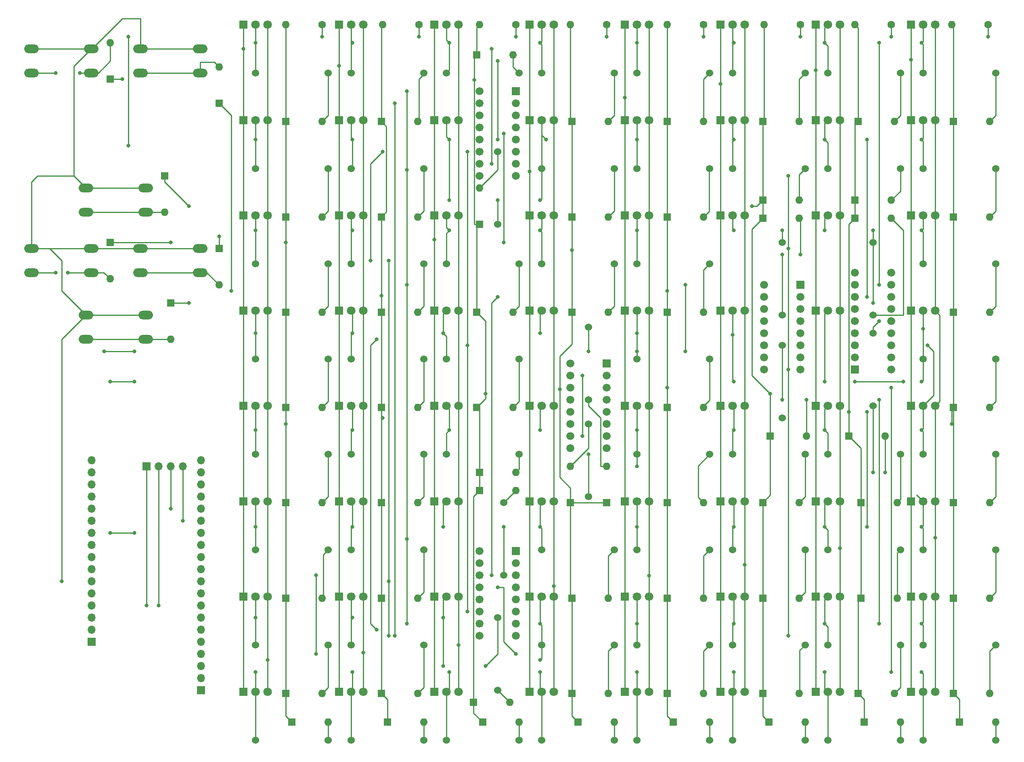
<source format=gbr>
%TF.GenerationSoftware,KiCad,Pcbnew,5.1.6-c6e7f7d~86~ubuntu18.04.1*%
%TF.CreationDate,2020-06-02T23:01:43+03:00*%
%TF.ProjectId,chessboard_pcb,63686573-7362-46f6-9172-645f7063622e,rev?*%
%TF.SameCoordinates,Original*%
%TF.FileFunction,Copper,L2,Bot*%
%TF.FilePolarity,Positive*%
%FSLAX46Y46*%
G04 Gerber Fmt 4.6, Leading zero omitted, Abs format (unit mm)*
G04 Created by KiCad (PCBNEW 5.1.6-c6e7f7d~86~ubuntu18.04.1) date 2020-06-02 23:01:43*
%MOMM*%
%LPD*%
G01*
G04 APERTURE LIST*
%TA.AperFunction,ComponentPad*%
%ADD10O,3.048000X1.850000*%
%TD*%
%TA.AperFunction,ComponentPad*%
%ADD11O,1.600000X1.600000*%
%TD*%
%TA.AperFunction,ComponentPad*%
%ADD12R,1.600000X1.600000*%
%TD*%
%TA.AperFunction,ComponentPad*%
%ADD13C,1.524000*%
%TD*%
%TA.AperFunction,ComponentPad*%
%ADD14C,1.600000*%
%TD*%
%TA.AperFunction,ComponentPad*%
%ADD15O,1.700000X1.700000*%
%TD*%
%TA.AperFunction,ComponentPad*%
%ADD16R,1.700000X1.700000*%
%TD*%
%TA.AperFunction,ComponentPad*%
%ADD17C,1.800000*%
%TD*%
%TA.AperFunction,ComponentPad*%
%ADD18R,1.800000X1.800000*%
%TD*%
%TA.AperFunction,ComponentPad*%
%ADD19R,1.676400X1.676400*%
%TD*%
%TA.AperFunction,ComponentPad*%
%ADD20C,1.676400*%
%TD*%
%TA.AperFunction,ViaPad*%
%ADD21C,0.800000*%
%TD*%
%TA.AperFunction,Conductor*%
%ADD22C,0.250000*%
%TD*%
G04 APERTURE END LIST*
D10*
%TO.P,SW70,2*%
%TO.N,Net-(D134-Pad2)*%
X58420000Y-69770000D03*
%TO.P,SW70,1*%
%TO.N,SWRCP*%
X58420000Y-64770000D03*
%TO.P,SW70,2*%
%TO.N,Net-(D134-Pad2)*%
X70920000Y-69770000D03*
%TO.P,SW70,1*%
%TO.N,SWRCP*%
X70920000Y-64770000D03*
%TD*%
%TO.P,SW69,2*%
%TO.N,Net-(D133-Pad2)*%
X69850000Y-40560000D03*
%TO.P,SW69,1*%
%TO.N,SWRCP*%
X69850000Y-35560000D03*
%TO.P,SW69,2*%
%TO.N,Net-(D133-Pad2)*%
X82350000Y-40560000D03*
%TO.P,SW69,1*%
%TO.N,SWRCP*%
X82350000Y-35560000D03*
%TD*%
%TO.P,SW68,2*%
%TO.N,Net-(D132-Pad2)*%
X69850000Y-82470000D03*
%TO.P,SW68,1*%
%TO.N,SWRCP*%
X69850000Y-77470000D03*
%TO.P,SW68,2*%
%TO.N,Net-(D132-Pad2)*%
X82350000Y-82470000D03*
%TO.P,SW68,1*%
%TO.N,SWRCP*%
X82350000Y-77470000D03*
%TD*%
%TO.P,SW67,2*%
%TO.N,Net-(D131-Pad2)*%
X46990000Y-40560000D03*
%TO.P,SW67,1*%
%TO.N,SWRCP*%
X46990000Y-35560000D03*
%TO.P,SW67,2*%
%TO.N,Net-(D131-Pad2)*%
X59490000Y-40560000D03*
%TO.P,SW67,1*%
%TO.N,SWRCP*%
X59490000Y-35560000D03*
%TD*%
%TO.P,SW66,2*%
%TO.N,Net-(D130-Pad2)*%
X58420000Y-96440000D03*
%TO.P,SW66,1*%
%TO.N,SWRCP*%
X58420000Y-91440000D03*
%TO.P,SW66,2*%
%TO.N,Net-(D130-Pad2)*%
X70920000Y-96440000D03*
%TO.P,SW66,1*%
%TO.N,SWRCP*%
X70920000Y-91440000D03*
%TD*%
%TO.P,SW65,2*%
%TO.N,Net-(D129-Pad2)*%
X46990000Y-82470000D03*
%TO.P,SW65,1*%
%TO.N,SWRCP*%
X46990000Y-77470000D03*
%TO.P,SW65,2*%
%TO.N,Net-(D129-Pad2)*%
X59490000Y-82470000D03*
%TO.P,SW65,1*%
%TO.N,SWRCP*%
X59490000Y-77470000D03*
%TD*%
D11*
%TO.P,D134,2*%
%TO.N,Net-(D134-Pad2)*%
X74930000Y-69850000D03*
D12*
%TO.P,D134,1*%
%TO.N,/SwitchMatrix/SwC5*%
X74930000Y-62230000D03*
%TD*%
D11*
%TO.P,D133,2*%
%TO.N,Net-(D133-Pad2)*%
X86360000Y-39370000D03*
D12*
%TO.P,D133,1*%
%TO.N,/SwitchMatrix/SwC4*%
X86360000Y-46990000D03*
%TD*%
D11*
%TO.P,D132,2*%
%TO.N,Net-(D132-Pad2)*%
X86360000Y-85090000D03*
D12*
%TO.P,D132,1*%
%TO.N,/SwitchMatrix/SwC3*%
X86360000Y-77470000D03*
%TD*%
D11*
%TO.P,D131,2*%
%TO.N,Net-(D131-Pad2)*%
X63500000Y-34290000D03*
D12*
%TO.P,D131,1*%
%TO.N,/SwitchMatrix/SwC2*%
X63500000Y-41910000D03*
%TD*%
D11*
%TO.P,D130,2*%
%TO.N,Net-(D130-Pad2)*%
X76200000Y-96520000D03*
D12*
%TO.P,D130,1*%
%TO.N,/SwitchMatrix/SwC1*%
X76200000Y-88900000D03*
%TD*%
D11*
%TO.P,D129,2*%
%TO.N,Net-(D129-Pad2)*%
X63500000Y-83820000D03*
D12*
%TO.P,D129,1*%
%TO.N,/SwitchMatrix/SwC0*%
X63500000Y-76200000D03*
%TD*%
D13*
%TO.P,SW64,2*%
%TO.N,Net-(D128-Pad2)*%
X249220000Y-180640000D03*
%TO.P,SW64,1*%
%TO.N,/LedMatrix/LedR7*%
X233980000Y-180640000D03*
%TD*%
%TO.P,SW63,2*%
%TO.N,Net-(D127-Pad2)*%
X249220000Y-160640000D03*
%TO.P,SW63,1*%
%TO.N,/LedMatrix/LedR6*%
X233980000Y-160640000D03*
%TD*%
%TO.P,SW62,2*%
%TO.N,Net-(D126-Pad2)*%
X249220000Y-140640000D03*
%TO.P,SW62,1*%
%TO.N,/LedMatrix/LedR5*%
X233980000Y-140640000D03*
%TD*%
%TO.P,SW61,2*%
%TO.N,Net-(D125-Pad2)*%
X249220000Y-120640000D03*
%TO.P,SW61,1*%
%TO.N,/LedMatrix/LedR4*%
X233980000Y-120640000D03*
%TD*%
%TO.P,SW60,2*%
%TO.N,Net-(D124-Pad2)*%
X249220000Y-100640000D03*
%TO.P,SW60,1*%
%TO.N,/LedMatrix/LedR3*%
X233980000Y-100640000D03*
%TD*%
%TO.P,SW59,2*%
%TO.N,Net-(D123-Pad2)*%
X249220000Y-80640000D03*
%TO.P,SW59,1*%
%TO.N,/LedMatrix/LedR2*%
X233980000Y-80640000D03*
%TD*%
%TO.P,SW58,2*%
%TO.N,Net-(D122-Pad2)*%
X249220000Y-60640000D03*
%TO.P,SW58,1*%
%TO.N,/LedMatrix/LedR1*%
X233980000Y-60640000D03*
%TD*%
%TO.P,SW57,2*%
%TO.N,Net-(D121-Pad2)*%
X249220000Y-40640000D03*
%TO.P,SW57,1*%
%TO.N,/LedMatrix/LedR0*%
X233980000Y-40640000D03*
%TD*%
%TO.P,SW56,2*%
%TO.N,Net-(D120-Pad2)*%
X229220000Y-180640000D03*
%TO.P,SW56,1*%
%TO.N,/LedMatrix/LedR7*%
X213980000Y-180640000D03*
%TD*%
%TO.P,SW55,2*%
%TO.N,Net-(D119-Pad2)*%
X229220000Y-160640000D03*
%TO.P,SW55,1*%
%TO.N,/LedMatrix/LedR6*%
X213980000Y-160640000D03*
%TD*%
%TO.P,SW54,2*%
%TO.N,Net-(D118-Pad2)*%
X229220000Y-140640000D03*
%TO.P,SW54,1*%
%TO.N,/LedMatrix/LedR5*%
X213980000Y-140640000D03*
%TD*%
%TO.P,SW53,2*%
%TO.N,Net-(D117-Pad2)*%
X229220000Y-120640000D03*
%TO.P,SW53,1*%
%TO.N,/LedMatrix/LedR4*%
X213980000Y-120640000D03*
%TD*%
%TO.P,SW52,2*%
%TO.N,Net-(D116-Pad2)*%
X223520000Y-110490000D03*
%TO.P,SW52,1*%
%TO.N,/LedMatrix/LedR3*%
X223520000Y-95250000D03*
%TD*%
%TO.P,SW51,2*%
%TO.N,Net-(D115-Pad2)*%
X223520000Y-91440000D03*
%TO.P,SW51,1*%
%TO.N,/LedMatrix/LedR2*%
X223520000Y-76200000D03*
%TD*%
%TO.P,SW50,2*%
%TO.N,Net-(D114-Pad2)*%
X229220000Y-60640000D03*
%TO.P,SW50,1*%
%TO.N,/LedMatrix/LedR1*%
X213980000Y-60640000D03*
%TD*%
%TO.P,SW49,2*%
%TO.N,Net-(D113-Pad2)*%
X229220000Y-40640000D03*
%TO.P,SW49,1*%
%TO.N,/LedMatrix/LedR0*%
X213980000Y-40640000D03*
%TD*%
%TO.P,SW48,2*%
%TO.N,Net-(D112-Pad2)*%
X209220000Y-180640000D03*
%TO.P,SW48,1*%
%TO.N,/LedMatrix/LedR7*%
X193980000Y-180640000D03*
%TD*%
%TO.P,SW47,2*%
%TO.N,Net-(D111-Pad2)*%
X209220000Y-160640000D03*
%TO.P,SW47,1*%
%TO.N,/LedMatrix/LedR6*%
X193980000Y-160640000D03*
%TD*%
%TO.P,SW46,2*%
%TO.N,Net-(D110-Pad2)*%
X209220000Y-140640000D03*
%TO.P,SW46,1*%
%TO.N,/LedMatrix/LedR5*%
X193980000Y-140640000D03*
%TD*%
%TO.P,SW45,2*%
%TO.N,Net-(D109-Pad2)*%
X209220000Y-120640000D03*
%TO.P,SW45,1*%
%TO.N,/LedMatrix/LedR4*%
X193980000Y-120640000D03*
%TD*%
%TO.P,SW44,2*%
%TO.N,Net-(D108-Pad2)*%
X204470000Y-97790000D03*
%TO.P,SW44,1*%
%TO.N,/LedMatrix/LedR3*%
X204470000Y-113030000D03*
%TD*%
%TO.P,SW43,2*%
%TO.N,Net-(D107-Pad2)*%
X204470000Y-91440000D03*
%TO.P,SW43,1*%
%TO.N,/LedMatrix/LedR2*%
X204470000Y-76200000D03*
%TD*%
%TO.P,SW42,2*%
%TO.N,Net-(D106-Pad2)*%
X209220000Y-60640000D03*
%TO.P,SW42,1*%
%TO.N,/LedMatrix/LedR1*%
X193980000Y-60640000D03*
%TD*%
%TO.P,SW41,2*%
%TO.N,Net-(D105-Pad2)*%
X209220000Y-40640000D03*
%TO.P,SW41,1*%
%TO.N,/LedMatrix/LedR0*%
X193980000Y-40640000D03*
%TD*%
%TO.P,SW40,2*%
%TO.N,Net-(D104-Pad2)*%
X189220000Y-180640000D03*
%TO.P,SW40,1*%
%TO.N,/LedMatrix/LedR7*%
X173980000Y-180640000D03*
%TD*%
%TO.P,SW39,2*%
%TO.N,Net-(D103-Pad2)*%
X189220000Y-160640000D03*
%TO.P,SW39,1*%
%TO.N,/LedMatrix/LedR6*%
X173980000Y-160640000D03*
%TD*%
%TO.P,SW38,2*%
%TO.N,Net-(D102-Pad2)*%
X189220000Y-140640000D03*
%TO.P,SW38,1*%
%TO.N,/LedMatrix/LedR5*%
X173980000Y-140640000D03*
%TD*%
%TO.P,SW37,2*%
%TO.N,Net-(D101-Pad2)*%
X189220000Y-120640000D03*
%TO.P,SW37,1*%
%TO.N,/LedMatrix/LedR4*%
X173980000Y-120640000D03*
%TD*%
%TO.P,SW36,2*%
%TO.N,Net-(D100-Pad2)*%
X189220000Y-100640000D03*
%TO.P,SW36,1*%
%TO.N,/LedMatrix/LedR3*%
X173980000Y-100640000D03*
%TD*%
%TO.P,SW35,2*%
%TO.N,Net-(D99-Pad2)*%
X189220000Y-80640000D03*
%TO.P,SW35,1*%
%TO.N,/LedMatrix/LedR2*%
X173980000Y-80640000D03*
%TD*%
%TO.P,SW34,2*%
%TO.N,Net-(D98-Pad2)*%
X189220000Y-60640000D03*
%TO.P,SW34,1*%
%TO.N,/LedMatrix/LedR1*%
X173980000Y-60640000D03*
%TD*%
%TO.P,SW33,2*%
%TO.N,Net-(D97-Pad2)*%
X189220000Y-40640000D03*
%TO.P,SW33,1*%
%TO.N,/LedMatrix/LedR0*%
X173980000Y-40640000D03*
%TD*%
%TO.P,SW32,2*%
%TO.N,Net-(D96-Pad2)*%
X169220000Y-180640000D03*
%TO.P,SW32,1*%
%TO.N,/LedMatrix/LedR7*%
X153980000Y-180640000D03*
%TD*%
%TO.P,SW31,2*%
%TO.N,Net-(D95-Pad2)*%
X169220000Y-160640000D03*
%TO.P,SW31,1*%
%TO.N,/LedMatrix/LedR6*%
X153980000Y-160640000D03*
%TD*%
%TO.P,SW30,2*%
%TO.N,Net-(D94-Pad2)*%
X169220000Y-140640000D03*
%TO.P,SW30,1*%
%TO.N,/LedMatrix/LedR5*%
X153980000Y-140640000D03*
%TD*%
%TO.P,SW29,2*%
%TO.N,Net-(D93-Pad2)*%
X163830000Y-114300000D03*
%TO.P,SW29,1*%
%TO.N,/LedMatrix/LedR4*%
X163830000Y-129540000D03*
%TD*%
%TO.P,SW28,2*%
%TO.N,Net-(D92-Pad2)*%
X163830000Y-109220000D03*
%TO.P,SW28,1*%
%TO.N,/LedMatrix/LedR3*%
X163830000Y-93980000D03*
%TD*%
%TO.P,SW27,2*%
%TO.N,Net-(D91-Pad2)*%
X169220000Y-80640000D03*
%TO.P,SW27,1*%
%TO.N,/LedMatrix/LedR2*%
X153980000Y-80640000D03*
%TD*%
%TO.P,SW26,2*%
%TO.N,Net-(D90-Pad2)*%
X169220000Y-60640000D03*
%TO.P,SW26,1*%
%TO.N,/LedMatrix/LedR1*%
X153980000Y-60640000D03*
%TD*%
%TO.P,SW25,2*%
%TO.N,Net-(D89-Pad2)*%
X169220000Y-40640000D03*
%TO.P,SW25,1*%
%TO.N,/LedMatrix/LedR0*%
X153980000Y-40640000D03*
%TD*%
%TO.P,SW24,2*%
%TO.N,Net-(D88-Pad2)*%
X149220000Y-180640000D03*
%TO.P,SW24,1*%
%TO.N,/LedMatrix/LedR7*%
X133980000Y-180640000D03*
%TD*%
%TO.P,SW23,2*%
%TO.N,Net-(D87-Pad2)*%
X144780000Y-170180000D03*
%TO.P,SW23,1*%
%TO.N,/LedMatrix/LedR6*%
X144780000Y-154940000D03*
%TD*%
%TO.P,SW22,2*%
%TO.N,Net-(D86-Pad2)*%
X146050000Y-130810000D03*
%TO.P,SW22,1*%
%TO.N,/LedMatrix/LedR5*%
X146050000Y-146050000D03*
%TD*%
%TO.P,SW21,2*%
%TO.N,Net-(D85-Pad2)*%
X149220000Y-120640000D03*
%TO.P,SW21,1*%
%TO.N,/LedMatrix/LedR4*%
X133980000Y-120640000D03*
%TD*%
%TO.P,SW20,2*%
%TO.N,Net-(D84-Pad2)*%
X149220000Y-100640000D03*
%TO.P,SW20,1*%
%TO.N,/LedMatrix/LedR3*%
X133980000Y-100640000D03*
%TD*%
%TO.P,SW19,2*%
%TO.N,Net-(D83-Pad2)*%
X149220000Y-80640000D03*
%TO.P,SW19,1*%
%TO.N,/LedMatrix/LedR2*%
X133980000Y-80640000D03*
%TD*%
%TO.P,SW18,2*%
%TO.N,Net-(D82-Pad2)*%
X144780000Y-57150000D03*
%TO.P,SW18,1*%
%TO.N,/LedMatrix/LedR1*%
X144780000Y-72390000D03*
%TD*%
%TO.P,SW17,2*%
%TO.N,Net-(D81-Pad2)*%
X149220000Y-40640000D03*
%TO.P,SW17,1*%
%TO.N,/LedMatrix/LedR0*%
X133980000Y-40640000D03*
%TD*%
%TO.P,SW16,2*%
%TO.N,Net-(D80-Pad2)*%
X129220000Y-180640000D03*
%TO.P,SW16,1*%
%TO.N,/LedMatrix/LedR7*%
X113980000Y-180640000D03*
%TD*%
%TO.P,SW15,2*%
%TO.N,Net-(D79-Pad2)*%
X129220000Y-160640000D03*
%TO.P,SW15,1*%
%TO.N,/LedMatrix/LedR6*%
X113980000Y-160640000D03*
%TD*%
%TO.P,SW14,2*%
%TO.N,Net-(D78-Pad2)*%
X129220000Y-140640000D03*
%TO.P,SW14,1*%
%TO.N,/LedMatrix/LedR5*%
X113980000Y-140640000D03*
%TD*%
%TO.P,SW13,2*%
%TO.N,Net-(D77-Pad2)*%
X129220000Y-120640000D03*
%TO.P,SW13,1*%
%TO.N,/LedMatrix/LedR4*%
X113980000Y-120640000D03*
%TD*%
%TO.P,SW12,2*%
%TO.N,Net-(D76-Pad2)*%
X129220000Y-100640000D03*
%TO.P,SW12,1*%
%TO.N,/LedMatrix/LedR3*%
X113980000Y-100640000D03*
%TD*%
%TO.P,SW11,2*%
%TO.N,Net-(D75-Pad2)*%
X129220000Y-80640000D03*
%TO.P,SW11,1*%
%TO.N,/LedMatrix/LedR2*%
X113980000Y-80640000D03*
%TD*%
%TO.P,SW10,2*%
%TO.N,Net-(D74-Pad2)*%
X129220000Y-60640000D03*
%TO.P,SW10,1*%
%TO.N,/LedMatrix/LedR1*%
X113980000Y-60640000D03*
%TD*%
%TO.P,SW9,2*%
%TO.N,Net-(D73-Pad2)*%
X129220000Y-40640000D03*
%TO.P,SW9,1*%
%TO.N,/LedMatrix/LedR0*%
X113980000Y-40640000D03*
%TD*%
%TO.P,SW8,2*%
%TO.N,Net-(D72-Pad2)*%
X109220000Y-180640000D03*
%TO.P,SW8,1*%
%TO.N,/LedMatrix/LedR7*%
X93980000Y-180640000D03*
%TD*%
%TO.P,SW7,2*%
%TO.N,Net-(D71-Pad2)*%
X109220000Y-160640000D03*
%TO.P,SW7,1*%
%TO.N,/LedMatrix/LedR6*%
X93980000Y-160640000D03*
%TD*%
%TO.P,SW6,2*%
%TO.N,Net-(D70-Pad2)*%
X109220000Y-140640000D03*
%TO.P,SW6,1*%
%TO.N,/LedMatrix/LedR5*%
X93980000Y-140640000D03*
%TD*%
%TO.P,SW5,2*%
%TO.N,Net-(D69-Pad2)*%
X109220000Y-120640000D03*
%TO.P,SW5,1*%
%TO.N,/LedMatrix/LedR4*%
X93980000Y-120640000D03*
%TD*%
%TO.P,SW4,2*%
%TO.N,Net-(D68-Pad2)*%
X109220000Y-100640000D03*
%TO.P,SW4,1*%
%TO.N,/LedMatrix/LedR3*%
X93980000Y-100640000D03*
%TD*%
%TO.P,SW3,2*%
%TO.N,Net-(D67-Pad2)*%
X109220000Y-80640000D03*
%TO.P,SW3,1*%
%TO.N,/LedMatrix/LedR2*%
X93980000Y-80640000D03*
%TD*%
%TO.P,SW2,2*%
%TO.N,Net-(D66-Pad2)*%
X109220000Y-60640000D03*
%TO.P,SW2,1*%
%TO.N,/LedMatrix/LedR1*%
X93980000Y-60640000D03*
%TD*%
%TO.P,SW1,2*%
%TO.N,Net-(D65-Pad2)*%
X109220000Y-40640000D03*
%TO.P,SW1,1*%
%TO.N,/LedMatrix/LedR0*%
X93980000Y-40640000D03*
%TD*%
D11*
%TO.P,R8,2*%
%TO.N,/SwitchMatrix/SwC7*%
X240030000Y-30480000D03*
D14*
%TO.P,R8,1*%
%TO.N,GND*%
X247650000Y-30480000D03*
%TD*%
D11*
%TO.P,R7,2*%
%TO.N,/SwitchMatrix/SwC6*%
X219710000Y-30480000D03*
D14*
%TO.P,R7,1*%
%TO.N,GND*%
X227330000Y-30480000D03*
%TD*%
D11*
%TO.P,R6,2*%
%TO.N,/SwitchMatrix/SwC5*%
X200660000Y-30480000D03*
D14*
%TO.P,R6,1*%
%TO.N,GND*%
X208280000Y-30480000D03*
%TD*%
D11*
%TO.P,R5,2*%
%TO.N,/SwitchMatrix/SwC4*%
X180340000Y-30480000D03*
D14*
%TO.P,R5,1*%
%TO.N,GND*%
X187960000Y-30480000D03*
%TD*%
D11*
%TO.P,R4,2*%
%TO.N,/SwitchMatrix/SwC3*%
X160020000Y-30480000D03*
D14*
%TO.P,R4,1*%
%TO.N,GND*%
X167640000Y-30480000D03*
%TD*%
D11*
%TO.P,R3,2*%
%TO.N,/SwitchMatrix/SwC2*%
X140970000Y-30480000D03*
D14*
%TO.P,R3,1*%
%TO.N,GND*%
X148590000Y-30480000D03*
%TD*%
D11*
%TO.P,R2,2*%
%TO.N,/SwitchMatrix/SwC1*%
X120650000Y-30480000D03*
D14*
%TO.P,R2,1*%
%TO.N,GND*%
X128270000Y-30480000D03*
%TD*%
D11*
%TO.P,R1,2*%
%TO.N,/SwitchMatrix/SwC0*%
X100330000Y-30480000D03*
D14*
%TO.P,R1,1*%
%TO.N,GND*%
X107950000Y-30480000D03*
%TD*%
D11*
%TO.P,D128,2*%
%TO.N,Net-(D128-Pad2)*%
X249220000Y-176830000D03*
D12*
%TO.P,D128,1*%
%TO.N,/SwitchMatrix/SwC7*%
X241600000Y-176830000D03*
%TD*%
D11*
%TO.P,D127,2*%
%TO.N,Net-(D127-Pad2)*%
X247950000Y-170800000D03*
D12*
%TO.P,D127,1*%
%TO.N,/SwitchMatrix/SwC7*%
X240330000Y-170800000D03*
%TD*%
D11*
%TO.P,D126,2*%
%TO.N,Net-(D126-Pad2)*%
X247950000Y-150800000D03*
D12*
%TO.P,D126,1*%
%TO.N,/SwitchMatrix/SwC7*%
X240330000Y-150800000D03*
%TD*%
D11*
%TO.P,D125,2*%
%TO.N,Net-(D125-Pad2)*%
X247950000Y-130800000D03*
D12*
%TO.P,D125,1*%
%TO.N,/SwitchMatrix/SwC7*%
X240330000Y-130800000D03*
%TD*%
D11*
%TO.P,D124,2*%
%TO.N,Net-(D124-Pad2)*%
X247950000Y-110800000D03*
D12*
%TO.P,D124,1*%
%TO.N,/SwitchMatrix/SwC7*%
X240330000Y-110800000D03*
%TD*%
D11*
%TO.P,D123,2*%
%TO.N,Net-(D123-Pad2)*%
X247950000Y-90800000D03*
D12*
%TO.P,D123,1*%
%TO.N,/SwitchMatrix/SwC7*%
X240330000Y-90800000D03*
%TD*%
D11*
%TO.P,D122,2*%
%TO.N,Net-(D122-Pad2)*%
X247950000Y-70800000D03*
D12*
%TO.P,D122,1*%
%TO.N,/SwitchMatrix/SwC7*%
X240330000Y-70800000D03*
%TD*%
D11*
%TO.P,D121,2*%
%TO.N,Net-(D121-Pad2)*%
X247950000Y-50800000D03*
D12*
%TO.P,D121,1*%
%TO.N,/SwitchMatrix/SwC7*%
X240330000Y-50800000D03*
%TD*%
D11*
%TO.P,D120,2*%
%TO.N,Net-(D120-Pad2)*%
X229220000Y-176830000D03*
D12*
%TO.P,D120,1*%
%TO.N,/SwitchMatrix/SwC6*%
X221600000Y-176830000D03*
%TD*%
D11*
%TO.P,D119,2*%
%TO.N,Net-(D119-Pad2)*%
X227950000Y-170800000D03*
D12*
%TO.P,D119,1*%
%TO.N,/SwitchMatrix/SwC6*%
X220330000Y-170800000D03*
%TD*%
D11*
%TO.P,D118,2*%
%TO.N,Net-(D118-Pad2)*%
X228600000Y-150800000D03*
D12*
%TO.P,D118,1*%
%TO.N,/SwitchMatrix/SwC6*%
X220980000Y-150800000D03*
%TD*%
D11*
%TO.P,D117,2*%
%TO.N,Net-(D117-Pad2)*%
X228600000Y-130810000D03*
D12*
%TO.P,D117,1*%
%TO.N,/SwitchMatrix/SwC6*%
X220980000Y-130810000D03*
%TD*%
D11*
%TO.P,D116,2*%
%TO.N,Net-(D116-Pad2)*%
X226060000Y-116840000D03*
D12*
%TO.P,D116,1*%
%TO.N,/SwitchMatrix/SwC6*%
X218440000Y-116840000D03*
%TD*%
D11*
%TO.P,D115,2*%
%TO.N,Net-(D115-Pad2)*%
X227330000Y-71120000D03*
D12*
%TO.P,D115,1*%
%TO.N,/SwitchMatrix/SwC6*%
X219710000Y-71120000D03*
%TD*%
D11*
%TO.P,D114,2*%
%TO.N,Net-(D114-Pad2)*%
X227330000Y-67310000D03*
D12*
%TO.P,D114,1*%
%TO.N,/SwitchMatrix/SwC6*%
X219710000Y-67310000D03*
%TD*%
D11*
%TO.P,D113,2*%
%TO.N,Net-(D113-Pad2)*%
X227950000Y-50800000D03*
D12*
%TO.P,D113,1*%
%TO.N,/SwitchMatrix/SwC6*%
X220330000Y-50800000D03*
%TD*%
D11*
%TO.P,D112,2*%
%TO.N,Net-(D112-Pad2)*%
X209220000Y-176830000D03*
D12*
%TO.P,D112,1*%
%TO.N,/SwitchMatrix/SwC5*%
X201600000Y-176830000D03*
%TD*%
D11*
%TO.P,D111,2*%
%TO.N,Net-(D111-Pad2)*%
X207950000Y-170800000D03*
D12*
%TO.P,D111,1*%
%TO.N,/SwitchMatrix/SwC5*%
X200330000Y-170800000D03*
%TD*%
D11*
%TO.P,D110,2*%
%TO.N,Net-(D110-Pad2)*%
X207950000Y-150800000D03*
D12*
%TO.P,D110,1*%
%TO.N,/SwitchMatrix/SwC5*%
X200330000Y-150800000D03*
%TD*%
D11*
%TO.P,D109,2*%
%TO.N,Net-(D109-Pad2)*%
X207950000Y-130800000D03*
D12*
%TO.P,D109,1*%
%TO.N,/SwitchMatrix/SwC5*%
X200330000Y-130800000D03*
%TD*%
D11*
%TO.P,D108,2*%
%TO.N,Net-(D108-Pad2)*%
X209550000Y-116840000D03*
D12*
%TO.P,D108,1*%
%TO.N,/SwitchMatrix/SwC5*%
X201930000Y-116840000D03*
%TD*%
D11*
%TO.P,D107,2*%
%TO.N,Net-(D107-Pad2)*%
X207950000Y-71120000D03*
D12*
%TO.P,D107,1*%
%TO.N,/SwitchMatrix/SwC5*%
X200330000Y-71120000D03*
%TD*%
D11*
%TO.P,D106,2*%
%TO.N,Net-(D106-Pad2)*%
X207950000Y-67310000D03*
D12*
%TO.P,D106,1*%
%TO.N,/SwitchMatrix/SwC5*%
X200330000Y-67310000D03*
%TD*%
D11*
%TO.P,D105,2*%
%TO.N,Net-(D105-Pad2)*%
X207950000Y-50800000D03*
D12*
%TO.P,D105,1*%
%TO.N,/SwitchMatrix/SwC5*%
X200330000Y-50800000D03*
%TD*%
D11*
%TO.P,D104,2*%
%TO.N,Net-(D104-Pad2)*%
X189220000Y-176830000D03*
D12*
%TO.P,D104,1*%
%TO.N,/SwitchMatrix/SwC4*%
X181600000Y-176830000D03*
%TD*%
D11*
%TO.P,D103,2*%
%TO.N,Net-(D103-Pad2)*%
X187950000Y-170800000D03*
D12*
%TO.P,D103,1*%
%TO.N,/SwitchMatrix/SwC4*%
X180330000Y-170800000D03*
%TD*%
D11*
%TO.P,D102,2*%
%TO.N,Net-(D102-Pad2)*%
X187950000Y-150800000D03*
D12*
%TO.P,D102,1*%
%TO.N,/SwitchMatrix/SwC4*%
X180330000Y-150800000D03*
%TD*%
D11*
%TO.P,D101,2*%
%TO.N,Net-(D101-Pad2)*%
X187950000Y-130800000D03*
D12*
%TO.P,D101,1*%
%TO.N,/SwitchMatrix/SwC4*%
X180330000Y-130800000D03*
%TD*%
D11*
%TO.P,D100,2*%
%TO.N,Net-(D100-Pad2)*%
X187950000Y-110800000D03*
D12*
%TO.P,D100,1*%
%TO.N,/SwitchMatrix/SwC4*%
X180330000Y-110800000D03*
%TD*%
D11*
%TO.P,D99,2*%
%TO.N,Net-(D99-Pad2)*%
X187950000Y-90800000D03*
D12*
%TO.P,D99,1*%
%TO.N,/SwitchMatrix/SwC4*%
X180330000Y-90800000D03*
%TD*%
D11*
%TO.P,D98,2*%
%TO.N,Net-(D98-Pad2)*%
X187950000Y-70800000D03*
D12*
%TO.P,D98,1*%
%TO.N,/SwitchMatrix/SwC4*%
X180330000Y-70800000D03*
%TD*%
D11*
%TO.P,D97,2*%
%TO.N,Net-(D97-Pad2)*%
X187950000Y-50800000D03*
D12*
%TO.P,D97,1*%
%TO.N,/SwitchMatrix/SwC4*%
X180330000Y-50800000D03*
%TD*%
D11*
%TO.P,D96,2*%
%TO.N,Net-(D96-Pad2)*%
X169220000Y-176830000D03*
D12*
%TO.P,D96,1*%
%TO.N,/SwitchMatrix/SwC3*%
X161600000Y-176830000D03*
%TD*%
D11*
%TO.P,D95,2*%
%TO.N,Net-(D95-Pad2)*%
X167950000Y-170800000D03*
D12*
%TO.P,D95,1*%
%TO.N,/SwitchMatrix/SwC3*%
X160330000Y-170800000D03*
%TD*%
D11*
%TO.P,D94,2*%
%TO.N,Net-(D94-Pad2)*%
X167950000Y-150800000D03*
D12*
%TO.P,D94,1*%
%TO.N,/SwitchMatrix/SwC3*%
X160330000Y-150800000D03*
%TD*%
D11*
%TO.P,D93,2*%
%TO.N,Net-(D93-Pad2)*%
X160020000Y-123190000D03*
D12*
%TO.P,D93,1*%
%TO.N,/SwitchMatrix/SwC3*%
X160020000Y-130810000D03*
%TD*%
D11*
%TO.P,D92,2*%
%TO.N,Net-(D92-Pad2)*%
X167640000Y-123190000D03*
D12*
%TO.P,D92,1*%
%TO.N,/SwitchMatrix/SwC3*%
X167640000Y-130810000D03*
%TD*%
D11*
%TO.P,D91,2*%
%TO.N,Net-(D91-Pad2)*%
X167950000Y-90800000D03*
D12*
%TO.P,D91,1*%
%TO.N,/SwitchMatrix/SwC3*%
X160330000Y-90800000D03*
%TD*%
D11*
%TO.P,D90,2*%
%TO.N,Net-(D90-Pad2)*%
X167950000Y-70800000D03*
D12*
%TO.P,D90,1*%
%TO.N,/SwitchMatrix/SwC3*%
X160330000Y-70800000D03*
%TD*%
D11*
%TO.P,D89,2*%
%TO.N,Net-(D89-Pad2)*%
X167950000Y-50800000D03*
D12*
%TO.P,D89,1*%
%TO.N,/SwitchMatrix/SwC3*%
X160330000Y-50800000D03*
%TD*%
D11*
%TO.P,D88,2*%
%TO.N,Net-(D88-Pad2)*%
X149220000Y-176830000D03*
D12*
%TO.P,D88,1*%
%TO.N,/SwitchMatrix/SwC2*%
X141600000Y-176830000D03*
%TD*%
D11*
%TO.P,D87,2*%
%TO.N,Net-(D87-Pad2)*%
X147320000Y-172720000D03*
D12*
%TO.P,D87,1*%
%TO.N,/SwitchMatrix/SwC2*%
X139700000Y-172720000D03*
%TD*%
D11*
%TO.P,D86,2*%
%TO.N,Net-(D86-Pad2)*%
X148590000Y-128270000D03*
D12*
%TO.P,D86,1*%
%TO.N,/SwitchMatrix/SwC2*%
X140970000Y-128270000D03*
%TD*%
D11*
%TO.P,D85,2*%
%TO.N,Net-(D85-Pad2)*%
X148590000Y-124460000D03*
D12*
%TO.P,D85,1*%
%TO.N,/SwitchMatrix/SwC2*%
X140970000Y-124460000D03*
%TD*%
D11*
%TO.P,D84,2*%
%TO.N,Net-(D84-Pad2)*%
X147950000Y-110800000D03*
D12*
%TO.P,D84,1*%
%TO.N,/SwitchMatrix/SwC2*%
X140330000Y-110800000D03*
%TD*%
D11*
%TO.P,D83,2*%
%TO.N,Net-(D83-Pad2)*%
X147950000Y-90800000D03*
D12*
%TO.P,D83,1*%
%TO.N,/SwitchMatrix/SwC2*%
X140330000Y-90800000D03*
%TD*%
D11*
%TO.P,D82,2*%
%TO.N,Net-(D82-Pad2)*%
X140970000Y-64770000D03*
D12*
%TO.P,D82,1*%
%TO.N,/SwitchMatrix/SwC2*%
X140970000Y-72390000D03*
%TD*%
D11*
%TO.P,D81,2*%
%TO.N,Net-(D81-Pad2)*%
X147950000Y-36830000D03*
D12*
%TO.P,D81,1*%
%TO.N,/SwitchMatrix/SwC2*%
X140330000Y-36830000D03*
%TD*%
D11*
%TO.P,D80,2*%
%TO.N,Net-(D80-Pad2)*%
X129220000Y-176830000D03*
D12*
%TO.P,D80,1*%
%TO.N,/SwitchMatrix/SwC1*%
X121600000Y-176830000D03*
%TD*%
D11*
%TO.P,D79,2*%
%TO.N,Net-(D79-Pad2)*%
X127950000Y-170800000D03*
D12*
%TO.P,D79,1*%
%TO.N,/SwitchMatrix/SwC1*%
X120330000Y-170800000D03*
%TD*%
D11*
%TO.P,D78,2*%
%TO.N,Net-(D78-Pad2)*%
X127950000Y-150800000D03*
D12*
%TO.P,D78,1*%
%TO.N,/SwitchMatrix/SwC1*%
X120330000Y-150800000D03*
%TD*%
D11*
%TO.P,D77,2*%
%TO.N,Net-(D77-Pad2)*%
X127950000Y-130800000D03*
D12*
%TO.P,D77,1*%
%TO.N,/SwitchMatrix/SwC1*%
X120330000Y-130800000D03*
%TD*%
D11*
%TO.P,D76,2*%
%TO.N,Net-(D76-Pad2)*%
X127950000Y-110800000D03*
D12*
%TO.P,D76,1*%
%TO.N,/SwitchMatrix/SwC1*%
X120330000Y-110800000D03*
%TD*%
D11*
%TO.P,D75,2*%
%TO.N,Net-(D75-Pad2)*%
X127950000Y-90800000D03*
D12*
%TO.P,D75,1*%
%TO.N,/SwitchMatrix/SwC1*%
X120330000Y-90800000D03*
%TD*%
D11*
%TO.P,D74,2*%
%TO.N,Net-(D74-Pad2)*%
X127950000Y-70800000D03*
D12*
%TO.P,D74,1*%
%TO.N,/SwitchMatrix/SwC1*%
X120330000Y-70800000D03*
%TD*%
D11*
%TO.P,D73,2*%
%TO.N,Net-(D73-Pad2)*%
X127950000Y-50800000D03*
D12*
%TO.P,D73,1*%
%TO.N,/SwitchMatrix/SwC1*%
X120330000Y-50800000D03*
%TD*%
D11*
%TO.P,D72,2*%
%TO.N,Net-(D72-Pad2)*%
X109220000Y-176830000D03*
D12*
%TO.P,D72,1*%
%TO.N,/SwitchMatrix/SwC0*%
X101600000Y-176830000D03*
%TD*%
D11*
%TO.P,D71,2*%
%TO.N,Net-(D71-Pad2)*%
X107950000Y-170800000D03*
D12*
%TO.P,D71,1*%
%TO.N,/SwitchMatrix/SwC0*%
X100330000Y-170800000D03*
%TD*%
D11*
%TO.P,D70,2*%
%TO.N,Net-(D70-Pad2)*%
X107950000Y-150800000D03*
D12*
%TO.P,D70,1*%
%TO.N,/SwitchMatrix/SwC0*%
X100330000Y-150800000D03*
%TD*%
D11*
%TO.P,D69,2*%
%TO.N,Net-(D69-Pad2)*%
X107950000Y-130800000D03*
D12*
%TO.P,D69,1*%
%TO.N,/SwitchMatrix/SwC0*%
X100330000Y-130800000D03*
%TD*%
D11*
%TO.P,D68,2*%
%TO.N,Net-(D68-Pad2)*%
X107950000Y-110800000D03*
D12*
%TO.P,D68,1*%
%TO.N,/SwitchMatrix/SwC0*%
X100330000Y-110800000D03*
%TD*%
D11*
%TO.P,D67,2*%
%TO.N,Net-(D67-Pad2)*%
X107950000Y-90800000D03*
D12*
%TO.P,D67,1*%
%TO.N,/SwitchMatrix/SwC0*%
X100330000Y-90800000D03*
%TD*%
D11*
%TO.P,D66,2*%
%TO.N,Net-(D66-Pad2)*%
X107950000Y-70800000D03*
D12*
%TO.P,D66,1*%
%TO.N,/SwitchMatrix/SwC0*%
X100330000Y-70800000D03*
%TD*%
D11*
%TO.P,D65,2*%
%TO.N,Net-(D65-Pad2)*%
X107950000Y-50800000D03*
D12*
%TO.P,D65,1*%
%TO.N,/SwitchMatrix/SwC0*%
X100330000Y-50800000D03*
%TD*%
D15*
%TO.P,J3,4*%
%TO.N,SDA*%
X78740000Y-123190000D03*
%TO.P,J3,3*%
%TO.N,SCL*%
X76200000Y-123190000D03*
%TO.P,J3,2*%
%TO.N,3V3*%
X73660000Y-123190000D03*
D16*
%TO.P,J3,1*%
%TO.N,GND*%
X71120000Y-123190000D03*
%TD*%
D15*
%TO.P,J2,16*%
%TO.N,Net-(J2-Pad16)*%
X59550000Y-121920000D03*
%TO.P,J2,15*%
%TO.N,Net-(J2-Pad15)*%
X59550000Y-124460000D03*
%TO.P,J2,14*%
%TO.N,Net-(J2-Pad14)*%
X59550000Y-127000000D03*
%TO.P,J2,13*%
%TO.N,Net-(J2-Pad13)*%
X59550000Y-129540000D03*
%TO.P,J2,12*%
%TO.N,SWSL*%
X59550000Y-132080000D03*
%TO.P,J2,11*%
%TO.N,SWCLK*%
X59550000Y-134620000D03*
%TO.P,J2,10*%
%TO.N,SWDAT*%
X59550000Y-137160000D03*
%TO.P,J2,9*%
%TO.N,Net-(J2-Pad9)*%
X59550000Y-139700000D03*
%TO.P,J2,8*%
%TO.N,Net-(J2-Pad8)*%
X59550000Y-142240000D03*
%TO.P,J2,7*%
%TO.N,Net-(J2-Pad7)*%
X59550000Y-144780000D03*
%TO.P,J2,6*%
%TO.N,SWRCP*%
X59550000Y-147320000D03*
%TO.P,J2,5*%
%TO.N,Net-(J2-Pad5)*%
X59550000Y-149860000D03*
%TO.P,J2,4*%
%TO.N,Net-(J2-Pad4)*%
X59550000Y-152400000D03*
%TO.P,J2,3*%
%TO.N,Net-(J2-Pad3)*%
X59550000Y-154940000D03*
%TO.P,J2,2*%
%TO.N,VCC*%
X59550000Y-157480000D03*
D16*
%TO.P,J2,1*%
%TO.N,GND*%
X59550000Y-160020000D03*
%TD*%
D15*
%TO.P,J1,20*%
%TO.N,Net-(J1-Pad20)*%
X82550000Y-121920000D03*
%TO.P,J1,19*%
%TO.N,Net-(J1-Pad19)*%
X82550000Y-124460000D03*
%TO.P,J1,18*%
%TO.N,Net-(J1-Pad18)*%
X82550000Y-127000000D03*
%TO.P,J1,17*%
%TO.N,Net-(J1-Pad17)*%
X82550000Y-129540000D03*
%TO.P,J1,16*%
%TO.N,SCL*%
X82550000Y-132080000D03*
%TO.P,J1,15*%
%TO.N,SDA*%
X82550000Y-134620000D03*
%TO.P,J1,14*%
%TO.N,Net-(J1-Pad14)*%
X82550000Y-137160000D03*
%TO.P,J1,13*%
%TO.N,Net-(J1-Pad13)*%
X82550000Y-139700000D03*
%TO.P,J1,12*%
%TO.N,Net-(J1-Pad12)*%
X82550000Y-142240000D03*
%TO.P,J1,11*%
%TO.N,Net-(J1-Pad11)*%
X82550000Y-144780000D03*
%TO.P,J1,10*%
%TO.N,Net-(J1-Pad10)*%
X82550000Y-147320000D03*
%TO.P,J1,9*%
%TO.N,Net-(J1-Pad9)*%
X82550000Y-149860000D03*
%TO.P,J1,8*%
%TO.N,3V3*%
X82550000Y-152400000D03*
%TO.P,J1,7*%
%TO.N,SHCLK*%
X82550000Y-154940000D03*
%TO.P,J1,6*%
%TO.N,RCLK*%
X82550000Y-157480000D03*
%TO.P,J1,5*%
%TO.N,LCLK*%
X82550000Y-160020000D03*
%TO.P,J1,4*%
%TO.N,RLDS*%
X82550000Y-162560000D03*
%TO.P,J1,3*%
%TO.N,Net-(J1-Pad3)*%
X82550000Y-165100000D03*
%TO.P,J1,2*%
%TO.N,Net-(J1-Pad2)*%
X82550000Y-167640000D03*
D16*
%TO.P,J1,1*%
%TO.N,Net-(J1-Pad1)*%
X82550000Y-170180000D03*
%TD*%
D17*
%TO.P,D19,3*%
%TO.N,/LedMatrix/LedRC2*%
X136520000Y-70480000D03*
%TO.P,D19,2*%
%TO.N,/LedMatrix/LedR2*%
X133980000Y-70480000D03*
D18*
%TO.P,D19,1*%
%TO.N,/LedMatrix/LedGC2*%
X131440000Y-70480000D03*
%TD*%
D17*
%TO.P,D27,3*%
%TO.N,/LedMatrix/LedRC3*%
X156520000Y-70480000D03*
%TO.P,D27,2*%
%TO.N,/LedMatrix/LedR2*%
X153980000Y-70480000D03*
D18*
%TO.P,D27,1*%
%TO.N,/LedMatrix/LedGC3*%
X151440000Y-70480000D03*
%TD*%
D19*
%TO.P,U5,1*%
%TO.N,/LedMatrix/LedRC6*%
X148590000Y-140970000D03*
D20*
%TO.P,U5,2*%
%TO.N,/LedMatrix/LedRC5*%
X148590000Y-143510000D03*
%TO.P,U5,3*%
%TO.N,/LedMatrix/LedRC4*%
X148590000Y-146050000D03*
%TO.P,U5,4*%
%TO.N,/LedMatrix/LedRC3*%
X148590000Y-148590000D03*
%TO.P,U5,5*%
%TO.N,/LedMatrix/LedRC2*%
X148590000Y-151130000D03*
%TO.P,U5,6*%
%TO.N,/LedMatrix/LedRC1*%
X148590000Y-153670000D03*
%TO.P,U5,7*%
%TO.N,/LedMatrix/LedRC0*%
X148590000Y-156210000D03*
%TO.P,U5,8*%
%TO.N,GND*%
X148590000Y-158750000D03*
%TO.P,U5,9*%
%TO.N,Net-(U4-Pad14)*%
X140970000Y-158750000D03*
%TO.P,U5,10*%
%TO.N,VCC*%
X140970000Y-156210000D03*
%TO.P,U5,11*%
%TO.N,SHCLK*%
X140970000Y-153670000D03*
%TO.P,U5,12*%
%TO.N,LCLK*%
X140970000Y-151130000D03*
%TO.P,U5,13*%
%TO.N,GND*%
X140970000Y-148590000D03*
%TO.P,U5,14*%
%TO.N,RLDS*%
X140970000Y-146050000D03*
%TO.P,U5,15*%
%TO.N,/LedMatrix/LedRC7*%
X140970000Y-143510000D03*
%TO.P,U5,16*%
%TO.N,VCC*%
X140970000Y-140970000D03*
%TD*%
D19*
%TO.P,U4,1*%
%TO.N,/LedMatrix/LedGC6*%
X148590000Y-44450000D03*
D20*
%TO.P,U4,2*%
%TO.N,/LedMatrix/LedGC5*%
X148590000Y-46990000D03*
%TO.P,U4,3*%
%TO.N,/LedMatrix/LedGC4*%
X148590000Y-49530000D03*
%TO.P,U4,4*%
%TO.N,/LedMatrix/LedGC3*%
X148590000Y-52070000D03*
%TO.P,U4,5*%
%TO.N,/LedMatrix/LedGC2*%
X148590000Y-54610000D03*
%TO.P,U4,6*%
%TO.N,/LedMatrix/LedGC1*%
X148590000Y-57150000D03*
%TO.P,U4,7*%
%TO.N,/LedMatrix/LedGC0*%
X148590000Y-59690000D03*
%TO.P,U4,8*%
%TO.N,GND*%
X148590000Y-62230000D03*
%TO.P,U4,9*%
%TO.N,Net-(U4-Pad9)*%
X140970000Y-62230000D03*
%TO.P,U4,10*%
%TO.N,VCC*%
X140970000Y-59690000D03*
%TO.P,U4,11*%
%TO.N,SHCLK*%
X140970000Y-57150000D03*
%TO.P,U4,12*%
%TO.N,LCLK*%
X140970000Y-54610000D03*
%TO.P,U4,13*%
%TO.N,GND*%
X140970000Y-52070000D03*
%TO.P,U4,14*%
%TO.N,Net-(U4-Pad14)*%
X140970000Y-49530000D03*
%TO.P,U4,15*%
%TO.N,/LedMatrix/LedGC7*%
X140970000Y-46990000D03*
%TO.P,U4,16*%
%TO.N,VCC*%
X140970000Y-44450000D03*
%TD*%
D19*
%TO.P,U3,1*%
%TO.N,Net-(U1-Pad7)*%
X219710000Y-102870000D03*
D20*
%TO.P,U3,2*%
%TO.N,Net-(U1-Pad6)*%
X219710000Y-100330000D03*
%TO.P,U3,3*%
%TO.N,Net-(U1-Pad5)*%
X219710000Y-97790000D03*
%TO.P,U3,4*%
%TO.N,Net-(U1-Pad4)*%
X219710000Y-95250000D03*
%TO.P,U3,5*%
%TO.N,Net-(U1-Pad3)*%
X219710000Y-92710000D03*
%TO.P,U3,6*%
%TO.N,Net-(U1-Pad2)*%
X219710000Y-90170000D03*
%TO.P,U3,7*%
%TO.N,Net-(U1-Pad1)*%
X219710000Y-87630000D03*
%TO.P,U3,8*%
%TO.N,Net-(U1-Pad15)*%
X219710000Y-85090000D03*
%TO.P,U3,9*%
%TO.N,VCC*%
X219710000Y-82550000D03*
%TO.P,U3,10*%
%TO.N,GND*%
X227330000Y-82550000D03*
%TO.P,U3,11*%
%TO.N,/LedMatrix/LedR0*%
X227330000Y-85090000D03*
%TO.P,U3,12*%
%TO.N,/LedMatrix/LedR1*%
X227330000Y-87630000D03*
%TO.P,U3,13*%
%TO.N,/LedMatrix/LedR2*%
X227330000Y-90170000D03*
%TO.P,U3,14*%
%TO.N,/LedMatrix/LedR3*%
X227330000Y-92710000D03*
%TO.P,U3,15*%
%TO.N,/LedMatrix/LedR4*%
X227330000Y-95250000D03*
%TO.P,U3,16*%
%TO.N,/LedMatrix/LedR5*%
X227330000Y-97790000D03*
%TO.P,U3,17*%
%TO.N,/LedMatrix/LedR6*%
X227330000Y-100330000D03*
%TO.P,U3,18*%
%TO.N,/LedMatrix/LedR7*%
X227330000Y-102870000D03*
%TD*%
D19*
%TO.P,U2,1*%
%TO.N,SWSL*%
X167640000Y-101600000D03*
D20*
%TO.P,U2,2*%
%TO.N,SWCLK*%
X167640000Y-104140000D03*
%TO.P,U2,3*%
%TO.N,/SwitchMatrix/SwC4*%
X167640000Y-106680000D03*
%TO.P,U2,4*%
%TO.N,/SwitchMatrix/SwC5*%
X167640000Y-109220000D03*
%TO.P,U2,5*%
%TO.N,/SwitchMatrix/SwC6*%
X167640000Y-111760000D03*
%TO.P,U2,6*%
%TO.N,/SwitchMatrix/SwC7*%
X167640000Y-114300000D03*
%TO.P,U2,7*%
%TO.N,Net-(U2-Pad7)*%
X167640000Y-116840000D03*
%TO.P,U2,8*%
%TO.N,GND*%
X167640000Y-119380000D03*
%TO.P,U2,9*%
%TO.N,SWDAT*%
X160020000Y-119380000D03*
%TO.P,U2,10*%
%TO.N,GND*%
X160020000Y-116840000D03*
%TO.P,U2,11*%
%TO.N,/SwitchMatrix/SwC0*%
X160020000Y-114300000D03*
%TO.P,U2,12*%
%TO.N,/SwitchMatrix/SwC1*%
X160020000Y-111760000D03*
%TO.P,U2,13*%
%TO.N,/SwitchMatrix/SwC2*%
X160020000Y-109220000D03*
%TO.P,U2,14*%
%TO.N,/SwitchMatrix/SwC3*%
X160020000Y-106680000D03*
%TO.P,U2,15*%
%TO.N,GND*%
X160020000Y-104140000D03*
%TO.P,U2,16*%
%TO.N,VCC*%
X160020000Y-101600000D03*
%TD*%
D19*
%TO.P,U1,1*%
%TO.N,Net-(U1-Pad1)*%
X208280000Y-85090000D03*
D20*
%TO.P,U1,2*%
%TO.N,Net-(U1-Pad2)*%
X208280000Y-87630000D03*
%TO.P,U1,3*%
%TO.N,Net-(U1-Pad3)*%
X208280000Y-90170000D03*
%TO.P,U1,4*%
%TO.N,Net-(U1-Pad4)*%
X208280000Y-92710000D03*
%TO.P,U1,5*%
%TO.N,Net-(U1-Pad5)*%
X208280000Y-95250000D03*
%TO.P,U1,6*%
%TO.N,Net-(U1-Pad6)*%
X208280000Y-97790000D03*
%TO.P,U1,7*%
%TO.N,Net-(U1-Pad7)*%
X208280000Y-100330000D03*
%TO.P,U1,8*%
%TO.N,GND*%
X208280000Y-102870000D03*
%TO.P,U1,9*%
%TO.N,Net-(U1-Pad9)*%
X200660000Y-102870000D03*
%TO.P,U1,10*%
%TO.N,VCC*%
X200660000Y-100330000D03*
%TO.P,U1,11*%
%TO.N,SHCLK*%
X200660000Y-97790000D03*
%TO.P,U1,12*%
%TO.N,RCLK*%
X200660000Y-95250000D03*
%TO.P,U1,13*%
%TO.N,GND*%
X200660000Y-92710000D03*
%TO.P,U1,14*%
%TO.N,RLDS*%
X200660000Y-90170000D03*
%TO.P,U1,15*%
%TO.N,Net-(U1-Pad15)*%
X200660000Y-87630000D03*
%TO.P,U1,16*%
%TO.N,VCC*%
X200660000Y-85090000D03*
%TD*%
D17*
%TO.P,D64,3*%
%TO.N,/LedMatrix/LedRC7*%
X236520000Y-170480000D03*
%TO.P,D64,2*%
%TO.N,/LedMatrix/LedR7*%
X233980000Y-170480000D03*
D18*
%TO.P,D64,1*%
%TO.N,/LedMatrix/LedGC7*%
X231440000Y-170480000D03*
%TD*%
D17*
%TO.P,D63,3*%
%TO.N,/LedMatrix/LedRC7*%
X236520000Y-150480000D03*
%TO.P,D63,2*%
%TO.N,/LedMatrix/LedR6*%
X233980000Y-150480000D03*
D18*
%TO.P,D63,1*%
%TO.N,/LedMatrix/LedGC7*%
X231440000Y-150480000D03*
%TD*%
D17*
%TO.P,D62,3*%
%TO.N,/LedMatrix/LedRC7*%
X236520000Y-130480000D03*
%TO.P,D62,2*%
%TO.N,/LedMatrix/LedR5*%
X233980000Y-130480000D03*
D18*
%TO.P,D62,1*%
%TO.N,/LedMatrix/LedGC7*%
X231440000Y-130480000D03*
%TD*%
D17*
%TO.P,D61,3*%
%TO.N,/LedMatrix/LedRC7*%
X236520000Y-110480000D03*
%TO.P,D61,2*%
%TO.N,/LedMatrix/LedR4*%
X233980000Y-110480000D03*
D18*
%TO.P,D61,1*%
%TO.N,/LedMatrix/LedGC7*%
X231440000Y-110480000D03*
%TD*%
D17*
%TO.P,D60,3*%
%TO.N,/LedMatrix/LedRC7*%
X236520000Y-90480000D03*
%TO.P,D60,2*%
%TO.N,/LedMatrix/LedR3*%
X233980000Y-90480000D03*
D18*
%TO.P,D60,1*%
%TO.N,/LedMatrix/LedGC7*%
X231440000Y-90480000D03*
%TD*%
D17*
%TO.P,D59,3*%
%TO.N,/LedMatrix/LedRC7*%
X236520000Y-70480000D03*
%TO.P,D59,2*%
%TO.N,/LedMatrix/LedR2*%
X233980000Y-70480000D03*
D18*
%TO.P,D59,1*%
%TO.N,/LedMatrix/LedGC7*%
X231440000Y-70480000D03*
%TD*%
D17*
%TO.P,D58,3*%
%TO.N,/LedMatrix/LedRC7*%
X236520000Y-50480000D03*
%TO.P,D58,2*%
%TO.N,/LedMatrix/LedR1*%
X233980000Y-50480000D03*
D18*
%TO.P,D58,1*%
%TO.N,/LedMatrix/LedGC7*%
X231440000Y-50480000D03*
%TD*%
D17*
%TO.P,D57,3*%
%TO.N,/LedMatrix/LedRC7*%
X236520000Y-30480000D03*
%TO.P,D57,2*%
%TO.N,/LedMatrix/LedR0*%
X233980000Y-30480000D03*
D18*
%TO.P,D57,1*%
%TO.N,/LedMatrix/LedGC7*%
X231440000Y-30480000D03*
%TD*%
D17*
%TO.P,D56,3*%
%TO.N,/LedMatrix/LedRC6*%
X216520000Y-170480000D03*
%TO.P,D56,2*%
%TO.N,/LedMatrix/LedR7*%
X213980000Y-170480000D03*
D18*
%TO.P,D56,1*%
%TO.N,/LedMatrix/LedGC6*%
X211440000Y-170480000D03*
%TD*%
D17*
%TO.P,D55,3*%
%TO.N,/LedMatrix/LedRC6*%
X216520000Y-150480000D03*
%TO.P,D55,2*%
%TO.N,/LedMatrix/LedR6*%
X213980000Y-150480000D03*
D18*
%TO.P,D55,1*%
%TO.N,/LedMatrix/LedGC6*%
X211440000Y-150480000D03*
%TD*%
D17*
%TO.P,D54,3*%
%TO.N,/LedMatrix/LedRC6*%
X216520000Y-130480000D03*
%TO.P,D54,2*%
%TO.N,/LedMatrix/LedR5*%
X213980000Y-130480000D03*
D18*
%TO.P,D54,1*%
%TO.N,/LedMatrix/LedGC6*%
X211440000Y-130480000D03*
%TD*%
D17*
%TO.P,D53,3*%
%TO.N,/LedMatrix/LedRC6*%
X216520000Y-110480000D03*
%TO.P,D53,2*%
%TO.N,/LedMatrix/LedR4*%
X213980000Y-110480000D03*
D18*
%TO.P,D53,1*%
%TO.N,/LedMatrix/LedGC6*%
X211440000Y-110480000D03*
%TD*%
D17*
%TO.P,D52,3*%
%TO.N,/LedMatrix/LedRC6*%
X216520000Y-90480000D03*
%TO.P,D52,2*%
%TO.N,/LedMatrix/LedR3*%
X213980000Y-90480000D03*
D18*
%TO.P,D52,1*%
%TO.N,/LedMatrix/LedGC6*%
X211440000Y-90480000D03*
%TD*%
D17*
%TO.P,D51,3*%
%TO.N,/LedMatrix/LedRC6*%
X216520000Y-70480000D03*
%TO.P,D51,2*%
%TO.N,/LedMatrix/LedR2*%
X213980000Y-70480000D03*
D18*
%TO.P,D51,1*%
%TO.N,/LedMatrix/LedGC6*%
X211440000Y-70480000D03*
%TD*%
D17*
%TO.P,D50,3*%
%TO.N,/LedMatrix/LedRC6*%
X216520000Y-50480000D03*
%TO.P,D50,2*%
%TO.N,/LedMatrix/LedR1*%
X213980000Y-50480000D03*
D18*
%TO.P,D50,1*%
%TO.N,/LedMatrix/LedGC6*%
X211440000Y-50480000D03*
%TD*%
D17*
%TO.P,D49,3*%
%TO.N,/LedMatrix/LedRC6*%
X216520000Y-30480000D03*
%TO.P,D49,2*%
%TO.N,/LedMatrix/LedR0*%
X213980000Y-30480000D03*
D18*
%TO.P,D49,1*%
%TO.N,/LedMatrix/LedGC6*%
X211440000Y-30480000D03*
%TD*%
D17*
%TO.P,D48,3*%
%TO.N,/LedMatrix/LedRC5*%
X196520000Y-170480000D03*
%TO.P,D48,2*%
%TO.N,/LedMatrix/LedR7*%
X193980000Y-170480000D03*
D18*
%TO.P,D48,1*%
%TO.N,/LedMatrix/LedGC5*%
X191440000Y-170480000D03*
%TD*%
D17*
%TO.P,D47,3*%
%TO.N,/LedMatrix/LedRC5*%
X196520000Y-150480000D03*
%TO.P,D47,2*%
%TO.N,/LedMatrix/LedR6*%
X193980000Y-150480000D03*
D18*
%TO.P,D47,1*%
%TO.N,/LedMatrix/LedGC5*%
X191440000Y-150480000D03*
%TD*%
D17*
%TO.P,D46,3*%
%TO.N,/LedMatrix/LedRC5*%
X196520000Y-130480000D03*
%TO.P,D46,2*%
%TO.N,/LedMatrix/LedR5*%
X193980000Y-130480000D03*
D18*
%TO.P,D46,1*%
%TO.N,/LedMatrix/LedGC5*%
X191440000Y-130480000D03*
%TD*%
D17*
%TO.P,D45,3*%
%TO.N,/LedMatrix/LedRC5*%
X196520000Y-110480000D03*
%TO.P,D45,2*%
%TO.N,/LedMatrix/LedR4*%
X193980000Y-110480000D03*
D18*
%TO.P,D45,1*%
%TO.N,/LedMatrix/LedGC5*%
X191440000Y-110480000D03*
%TD*%
D17*
%TO.P,D44,3*%
%TO.N,/LedMatrix/LedRC5*%
X196520000Y-90480000D03*
%TO.P,D44,2*%
%TO.N,/LedMatrix/LedR3*%
X193980000Y-90480000D03*
D18*
%TO.P,D44,1*%
%TO.N,/LedMatrix/LedGC5*%
X191440000Y-90480000D03*
%TD*%
D17*
%TO.P,D43,3*%
%TO.N,/LedMatrix/LedRC5*%
X196520000Y-70480000D03*
%TO.P,D43,2*%
%TO.N,/LedMatrix/LedR2*%
X193980000Y-70480000D03*
D18*
%TO.P,D43,1*%
%TO.N,/LedMatrix/LedGC5*%
X191440000Y-70480000D03*
%TD*%
D17*
%TO.P,D42,3*%
%TO.N,/LedMatrix/LedRC5*%
X196520000Y-50480000D03*
%TO.P,D42,2*%
%TO.N,/LedMatrix/LedR1*%
X193980000Y-50480000D03*
D18*
%TO.P,D42,1*%
%TO.N,/LedMatrix/LedGC5*%
X191440000Y-50480000D03*
%TD*%
D17*
%TO.P,D41,3*%
%TO.N,/LedMatrix/LedRC5*%
X196520000Y-30480000D03*
%TO.P,D41,2*%
%TO.N,/LedMatrix/LedR0*%
X193980000Y-30480000D03*
D18*
%TO.P,D41,1*%
%TO.N,/LedMatrix/LedGC5*%
X191440000Y-30480000D03*
%TD*%
D17*
%TO.P,D40,3*%
%TO.N,/LedMatrix/LedRC4*%
X176520000Y-170480000D03*
%TO.P,D40,2*%
%TO.N,/LedMatrix/LedR7*%
X173980000Y-170480000D03*
D18*
%TO.P,D40,1*%
%TO.N,/LedMatrix/LedGC4*%
X171440000Y-170480000D03*
%TD*%
D17*
%TO.P,D39,3*%
%TO.N,/LedMatrix/LedRC4*%
X176520000Y-150480000D03*
%TO.P,D39,2*%
%TO.N,/LedMatrix/LedR6*%
X173980000Y-150480000D03*
D18*
%TO.P,D39,1*%
%TO.N,/LedMatrix/LedGC4*%
X171440000Y-150480000D03*
%TD*%
D17*
%TO.P,D38,3*%
%TO.N,/LedMatrix/LedRC4*%
X176520000Y-130480000D03*
%TO.P,D38,2*%
%TO.N,/LedMatrix/LedR5*%
X173980000Y-130480000D03*
D18*
%TO.P,D38,1*%
%TO.N,/LedMatrix/LedGC4*%
X171440000Y-130480000D03*
%TD*%
D17*
%TO.P,D37,3*%
%TO.N,/LedMatrix/LedRC4*%
X176520000Y-110480000D03*
%TO.P,D37,2*%
%TO.N,/LedMatrix/LedR4*%
X173980000Y-110480000D03*
D18*
%TO.P,D37,1*%
%TO.N,/LedMatrix/LedGC4*%
X171440000Y-110480000D03*
%TD*%
D17*
%TO.P,D36,3*%
%TO.N,/LedMatrix/LedRC4*%
X176520000Y-90480000D03*
%TO.P,D36,2*%
%TO.N,/LedMatrix/LedR3*%
X173980000Y-90480000D03*
D18*
%TO.P,D36,1*%
%TO.N,/LedMatrix/LedGC4*%
X171440000Y-90480000D03*
%TD*%
D17*
%TO.P,D35,3*%
%TO.N,/LedMatrix/LedRC4*%
X176520000Y-70480000D03*
%TO.P,D35,2*%
%TO.N,/LedMatrix/LedR2*%
X173980000Y-70480000D03*
D18*
%TO.P,D35,1*%
%TO.N,/LedMatrix/LedGC4*%
X171440000Y-70480000D03*
%TD*%
D17*
%TO.P,D34,3*%
%TO.N,/LedMatrix/LedRC4*%
X176520000Y-50480000D03*
%TO.P,D34,2*%
%TO.N,/LedMatrix/LedR1*%
X173980000Y-50480000D03*
D18*
%TO.P,D34,1*%
%TO.N,/LedMatrix/LedGC4*%
X171440000Y-50480000D03*
%TD*%
D17*
%TO.P,D33,3*%
%TO.N,/LedMatrix/LedRC4*%
X176520000Y-30480000D03*
%TO.P,D33,2*%
%TO.N,/LedMatrix/LedR0*%
X173980000Y-30480000D03*
D18*
%TO.P,D33,1*%
%TO.N,/LedMatrix/LedGC4*%
X171440000Y-30480000D03*
%TD*%
D17*
%TO.P,D32,3*%
%TO.N,/LedMatrix/LedRC3*%
X156520000Y-170480000D03*
%TO.P,D32,2*%
%TO.N,/LedMatrix/LedR7*%
X153980000Y-170480000D03*
D18*
%TO.P,D32,1*%
%TO.N,/LedMatrix/LedGC3*%
X151440000Y-170480000D03*
%TD*%
D17*
%TO.P,D31,3*%
%TO.N,/LedMatrix/LedRC3*%
X156520000Y-150480000D03*
%TO.P,D31,2*%
%TO.N,/LedMatrix/LedR6*%
X153980000Y-150480000D03*
D18*
%TO.P,D31,1*%
%TO.N,/LedMatrix/LedGC3*%
X151440000Y-150480000D03*
%TD*%
D17*
%TO.P,D30,3*%
%TO.N,/LedMatrix/LedRC3*%
X156520000Y-130480000D03*
%TO.P,D30,2*%
%TO.N,/LedMatrix/LedR5*%
X153980000Y-130480000D03*
D18*
%TO.P,D30,1*%
%TO.N,/LedMatrix/LedGC3*%
X151440000Y-130480000D03*
%TD*%
D17*
%TO.P,D29,3*%
%TO.N,/LedMatrix/LedRC3*%
X156520000Y-110480000D03*
%TO.P,D29,2*%
%TO.N,/LedMatrix/LedR4*%
X153980000Y-110480000D03*
D18*
%TO.P,D29,1*%
%TO.N,/LedMatrix/LedGC3*%
X151440000Y-110480000D03*
%TD*%
D17*
%TO.P,D28,3*%
%TO.N,/LedMatrix/LedRC3*%
X156520000Y-90480000D03*
%TO.P,D28,2*%
%TO.N,/LedMatrix/LedR3*%
X153980000Y-90480000D03*
D18*
%TO.P,D28,1*%
%TO.N,/LedMatrix/LedGC3*%
X151440000Y-90480000D03*
%TD*%
D17*
%TO.P,D26,3*%
%TO.N,/LedMatrix/LedRC3*%
X156520000Y-50480000D03*
%TO.P,D26,2*%
%TO.N,/LedMatrix/LedR1*%
X153980000Y-50480000D03*
D18*
%TO.P,D26,1*%
%TO.N,/LedMatrix/LedGC3*%
X151440000Y-50480000D03*
%TD*%
D17*
%TO.P,D25,3*%
%TO.N,/LedMatrix/LedRC3*%
X156520000Y-30480000D03*
%TO.P,D25,2*%
%TO.N,/LedMatrix/LedR0*%
X153980000Y-30480000D03*
D18*
%TO.P,D25,1*%
%TO.N,/LedMatrix/LedGC3*%
X151440000Y-30480000D03*
%TD*%
D17*
%TO.P,D24,3*%
%TO.N,/LedMatrix/LedRC2*%
X136520000Y-170480000D03*
%TO.P,D24,2*%
%TO.N,/LedMatrix/LedR7*%
X133980000Y-170480000D03*
D18*
%TO.P,D24,1*%
%TO.N,/LedMatrix/LedGC2*%
X131440000Y-170480000D03*
%TD*%
D17*
%TO.P,D23,3*%
%TO.N,/LedMatrix/LedRC2*%
X136520000Y-150480000D03*
%TO.P,D23,2*%
%TO.N,/LedMatrix/LedR6*%
X133980000Y-150480000D03*
D18*
%TO.P,D23,1*%
%TO.N,/LedMatrix/LedGC2*%
X131440000Y-150480000D03*
%TD*%
D17*
%TO.P,D22,3*%
%TO.N,/LedMatrix/LedRC2*%
X136520000Y-130480000D03*
%TO.P,D22,2*%
%TO.N,/LedMatrix/LedR5*%
X133980000Y-130480000D03*
D18*
%TO.P,D22,1*%
%TO.N,/LedMatrix/LedGC2*%
X131440000Y-130480000D03*
%TD*%
D17*
%TO.P,D21,3*%
%TO.N,/LedMatrix/LedRC2*%
X136520000Y-110480000D03*
%TO.P,D21,2*%
%TO.N,/LedMatrix/LedR4*%
X133980000Y-110480000D03*
D18*
%TO.P,D21,1*%
%TO.N,/LedMatrix/LedGC2*%
X131440000Y-110480000D03*
%TD*%
D17*
%TO.P,D20,3*%
%TO.N,/LedMatrix/LedRC2*%
X136520000Y-90480000D03*
%TO.P,D20,2*%
%TO.N,/LedMatrix/LedR3*%
X133980000Y-90480000D03*
D18*
%TO.P,D20,1*%
%TO.N,/LedMatrix/LedGC2*%
X131440000Y-90480000D03*
%TD*%
D17*
%TO.P,D18,3*%
%TO.N,/LedMatrix/LedRC2*%
X136520000Y-50480000D03*
%TO.P,D18,2*%
%TO.N,/LedMatrix/LedR1*%
X133980000Y-50480000D03*
D18*
%TO.P,D18,1*%
%TO.N,/LedMatrix/LedGC2*%
X131440000Y-50480000D03*
%TD*%
D17*
%TO.P,D17,3*%
%TO.N,/LedMatrix/LedRC2*%
X136520000Y-30480000D03*
%TO.P,D17,2*%
%TO.N,/LedMatrix/LedR0*%
X133980000Y-30480000D03*
D18*
%TO.P,D17,1*%
%TO.N,/LedMatrix/LedGC2*%
X131440000Y-30480000D03*
%TD*%
D17*
%TO.P,D16,3*%
%TO.N,/LedMatrix/LedRC1*%
X116520000Y-170480000D03*
%TO.P,D16,2*%
%TO.N,/LedMatrix/LedR7*%
X113980000Y-170480000D03*
D18*
%TO.P,D16,1*%
%TO.N,/LedMatrix/LedGC1*%
X111440000Y-170480000D03*
%TD*%
D17*
%TO.P,D15,3*%
%TO.N,/LedMatrix/LedRC1*%
X116520000Y-150480000D03*
%TO.P,D15,2*%
%TO.N,/LedMatrix/LedR6*%
X113980000Y-150480000D03*
D18*
%TO.P,D15,1*%
%TO.N,/LedMatrix/LedGC1*%
X111440000Y-150480000D03*
%TD*%
D17*
%TO.P,D14,3*%
%TO.N,/LedMatrix/LedRC1*%
X116520000Y-130480000D03*
%TO.P,D14,2*%
%TO.N,/LedMatrix/LedR5*%
X113980000Y-130480000D03*
D18*
%TO.P,D14,1*%
%TO.N,/LedMatrix/LedGC1*%
X111440000Y-130480000D03*
%TD*%
D17*
%TO.P,D13,3*%
%TO.N,/LedMatrix/LedRC1*%
X116520000Y-110480000D03*
%TO.P,D13,2*%
%TO.N,/LedMatrix/LedR4*%
X113980000Y-110480000D03*
D18*
%TO.P,D13,1*%
%TO.N,/LedMatrix/LedGC1*%
X111440000Y-110480000D03*
%TD*%
D17*
%TO.P,D12,3*%
%TO.N,/LedMatrix/LedRC1*%
X116520000Y-90480000D03*
%TO.P,D12,2*%
%TO.N,/LedMatrix/LedR3*%
X113980000Y-90480000D03*
D18*
%TO.P,D12,1*%
%TO.N,/LedMatrix/LedGC1*%
X111440000Y-90480000D03*
%TD*%
D17*
%TO.P,D11,3*%
%TO.N,/LedMatrix/LedRC1*%
X116520000Y-70480000D03*
%TO.P,D11,2*%
%TO.N,/LedMatrix/LedR2*%
X113980000Y-70480000D03*
D18*
%TO.P,D11,1*%
%TO.N,/LedMatrix/LedGC1*%
X111440000Y-70480000D03*
%TD*%
D17*
%TO.P,D10,3*%
%TO.N,/LedMatrix/LedRC1*%
X116520000Y-50480000D03*
%TO.P,D10,2*%
%TO.N,/LedMatrix/LedR1*%
X113980000Y-50480000D03*
D18*
%TO.P,D10,1*%
%TO.N,/LedMatrix/LedGC1*%
X111440000Y-50480000D03*
%TD*%
D17*
%TO.P,D9,3*%
%TO.N,/LedMatrix/LedRC1*%
X116520000Y-30480000D03*
%TO.P,D9,2*%
%TO.N,/LedMatrix/LedR0*%
X113980000Y-30480000D03*
D18*
%TO.P,D9,1*%
%TO.N,/LedMatrix/LedGC1*%
X111440000Y-30480000D03*
%TD*%
D17*
%TO.P,D8,3*%
%TO.N,/LedMatrix/LedRC0*%
X96520000Y-170480000D03*
%TO.P,D8,2*%
%TO.N,/LedMatrix/LedR7*%
X93980000Y-170480000D03*
D18*
%TO.P,D8,1*%
%TO.N,/LedMatrix/LedGC0*%
X91440000Y-170480000D03*
%TD*%
D17*
%TO.P,D7,3*%
%TO.N,/LedMatrix/LedRC0*%
X96520000Y-150480000D03*
%TO.P,D7,2*%
%TO.N,/LedMatrix/LedR6*%
X93980000Y-150480000D03*
D18*
%TO.P,D7,1*%
%TO.N,/LedMatrix/LedGC0*%
X91440000Y-150480000D03*
%TD*%
D17*
%TO.P,D6,3*%
%TO.N,/LedMatrix/LedRC0*%
X96520000Y-130480000D03*
%TO.P,D6,2*%
%TO.N,/LedMatrix/LedR5*%
X93980000Y-130480000D03*
D18*
%TO.P,D6,1*%
%TO.N,/LedMatrix/LedGC0*%
X91440000Y-130480000D03*
%TD*%
D17*
%TO.P,D5,3*%
%TO.N,/LedMatrix/LedRC0*%
X96520000Y-110480000D03*
%TO.P,D5,2*%
%TO.N,/LedMatrix/LedR4*%
X93980000Y-110480000D03*
D18*
%TO.P,D5,1*%
%TO.N,/LedMatrix/LedGC0*%
X91440000Y-110480000D03*
%TD*%
D17*
%TO.P,D4,3*%
%TO.N,/LedMatrix/LedRC0*%
X96520000Y-90480000D03*
%TO.P,D4,2*%
%TO.N,/LedMatrix/LedR3*%
X93980000Y-90480000D03*
D18*
%TO.P,D4,1*%
%TO.N,/LedMatrix/LedGC0*%
X91440000Y-90480000D03*
%TD*%
D17*
%TO.P,D3,3*%
%TO.N,/LedMatrix/LedRC0*%
X96520000Y-70480000D03*
%TO.P,D3,2*%
%TO.N,/LedMatrix/LedR2*%
X93980000Y-70480000D03*
D18*
%TO.P,D3,1*%
%TO.N,/LedMatrix/LedGC0*%
X91440000Y-70480000D03*
%TD*%
D17*
%TO.P,D2,3*%
%TO.N,/LedMatrix/LedRC0*%
X96520000Y-50480000D03*
%TO.P,D2,2*%
%TO.N,/LedMatrix/LedR1*%
X93980000Y-50480000D03*
D18*
%TO.P,D2,1*%
%TO.N,/LedMatrix/LedGC0*%
X91440000Y-50480000D03*
%TD*%
D17*
%TO.P,D1,3*%
%TO.N,/LedMatrix/LedRC0*%
X96520000Y-30480000D03*
%TO.P,D1,2*%
%TO.N,/LedMatrix/LedR0*%
X93980000Y-30480000D03*
D18*
%TO.P,D1,1*%
%TO.N,/LedMatrix/LedGC0*%
X91440000Y-30480000D03*
%TD*%
D21*
%TO.N,/LedMatrix/LedRC0*%
X96520000Y-163830000D03*
%TO.N,/LedMatrix/LedR0*%
X233680000Y-34290000D03*
X213360000Y-34290000D03*
X194310000Y-34290000D03*
X173990000Y-34290000D03*
X153670000Y-34290000D03*
X134620000Y-34290000D03*
X224790000Y-85090000D03*
X224790000Y-34290000D03*
X114300000Y-34290000D03*
X93980000Y-34290000D03*
%TO.N,/LedMatrix/LedGC0*%
X143510000Y-35560000D03*
X91440000Y-35560000D03*
X143510000Y-59690000D03*
%TO.N,/LedMatrix/LedR1*%
X233680000Y-54610000D03*
X213360000Y-54610000D03*
X194310000Y-54610000D03*
X173990000Y-54610000D03*
X154940000Y-54610000D03*
X114300000Y-54610000D03*
X93980000Y-54610000D03*
X153670000Y-67310000D03*
X134620000Y-67310000D03*
X134620000Y-54610000D03*
X222250000Y-87630000D03*
X222250000Y-54610000D03*
X144780000Y-67310000D03*
%TO.N,/LedMatrix/LedR2*%
X233680000Y-73660000D03*
X213360000Y-73660000D03*
X223520000Y-73660000D03*
X194310000Y-73660000D03*
X173990000Y-73660000D03*
X153670000Y-73660000D03*
X134620000Y-73660000D03*
X114300000Y-73660000D03*
X93980000Y-73660000D03*
X223520000Y-88900000D03*
X204470000Y-73660000D03*
%TO.N,/LedMatrix/LedR3*%
X233680000Y-105410000D03*
X233980000Y-94280000D03*
X229870000Y-105410000D03*
X219710000Y-105410000D03*
X213360000Y-105410000D03*
X194310000Y-105410000D03*
X173990000Y-95250000D03*
X193980000Y-95580000D03*
X153670000Y-95250000D03*
X133350000Y-95250000D03*
X114300000Y-95250000D03*
X93980000Y-95250000D03*
X163830000Y-99060000D03*
X173990000Y-99060000D03*
X224790000Y-92710000D03*
%TO.N,/LedMatrix/LedR4*%
X233680000Y-115570000D03*
X213360000Y-115570000D03*
X234950000Y-97790000D03*
X194310000Y-115570000D03*
X173990000Y-115570000D03*
X153670000Y-115570000D03*
X134620000Y-115570000D03*
X114300000Y-115570000D03*
X93980000Y-115570000D03*
X163830000Y-120650000D03*
X173990000Y-123190000D03*
%TO.N,/LedMatrix/LedR5*%
X233680000Y-135890000D03*
X213360000Y-135890000D03*
X222250000Y-111760000D03*
X222250000Y-135890000D03*
X194310000Y-135890000D03*
X173990000Y-135890000D03*
X153670000Y-135890000D03*
X133350000Y-135890000D03*
X114300000Y-135890000D03*
X93980000Y-135890000D03*
X146050000Y-135890000D03*
%TO.N,/LedMatrix/LedR6*%
X233680000Y-156210000D03*
X213360000Y-156210000D03*
X224790000Y-109220000D03*
X224790000Y-156210000D03*
X194310000Y-156210000D03*
X173990000Y-156210000D03*
X153670000Y-156210000D03*
X153670000Y-163830000D03*
X133350000Y-165100000D03*
X114300000Y-154940000D03*
X133350000Y-154940000D03*
X93980000Y-154940000D03*
X142240000Y-165100000D03*
%TO.N,/LedMatrix/LedR7*%
X233680000Y-166370000D03*
X213360000Y-166370000D03*
X227330000Y-106680000D03*
X227330000Y-166370000D03*
X194310000Y-166370000D03*
X173990000Y-166370000D03*
X153670000Y-166370000D03*
X134620000Y-166370000D03*
X114300000Y-166370000D03*
X93980000Y-166370000D03*
%TO.N,/LedMatrix/LedRC1*%
X116520000Y-162240000D03*
%TO.N,/LedMatrix/LedGC1*%
X111440000Y-39050000D03*
X144780000Y-54610000D03*
X144780000Y-38100000D03*
%TO.N,/LedMatrix/LedRC2*%
X136520000Y-160650000D03*
%TO.N,/LedMatrix/LedGC2*%
X146050000Y-53340000D03*
X146050000Y-76200000D03*
X131440000Y-75560000D03*
%TO.N,/LedMatrix/LedRC3*%
X156520000Y-148280000D03*
%TO.N,/LedMatrix/LedGC3*%
X151440000Y-61270000D03*
%TO.N,/LedMatrix/LedRC4*%
X176520000Y-146060000D03*
%TO.N,/LedMatrix/LedGC4*%
X171440000Y-45730000D03*
%TO.N,/LedMatrix/LedRC5*%
X196520000Y-143840000D03*
%TO.N,/LedMatrix/LedGC5*%
X191440000Y-42850000D03*
%TO.N,/LedMatrix/LedRC6*%
X216520000Y-140320000D03*
%TO.N,/LedMatrix/LedGC6*%
X211440000Y-39990000D03*
%TO.N,/LedMatrix/LedRC7*%
X236520000Y-138130000D03*
%TO.N,/LedMatrix/LedGC7*%
X231440000Y-37800000D03*
%TO.N,GND*%
X205740000Y-102870000D03*
X205740000Y-77470000D03*
X205740000Y-158750000D03*
X205740000Y-62230000D03*
X148590000Y-162560000D03*
X144780000Y-148590000D03*
X71120000Y-152400000D03*
X162560000Y-116840000D03*
X162560000Y-104140000D03*
X107950000Y-33020000D03*
X247650000Y-33020000D03*
X227330000Y-33020000D03*
X208280000Y-33020000D03*
X187960000Y-33020000D03*
X167640000Y-33020000D03*
X148590000Y-33020000D03*
X128270000Y-33020000D03*
X67310000Y-33020000D03*
X67310000Y-55880000D03*
%TO.N,VCC*%
X125730000Y-85090000D03*
X125730000Y-44450000D03*
X125730000Y-60960000D03*
X184150000Y-99060000D03*
X184150000Y-85090000D03*
X125730000Y-156210000D03*
X125730000Y-138430000D03*
%TO.N,Net-(U4-Pad14)*%
X123190000Y-46990000D03*
X123190000Y-158750000D03*
%TO.N,SHCLK*%
X138430000Y-57150000D03*
X138430000Y-153670000D03*
X138430000Y-97790000D03*
%TO.N,RCLK*%
X119380000Y-157480000D03*
X119380000Y-96520000D03*
%TO.N,LCLK*%
X120650000Y-57150000D03*
X121920000Y-147320000D03*
X121920000Y-158750000D03*
X121920000Y-80010000D03*
X118110000Y-80010000D03*
%TO.N,RLDS*%
X106680000Y-162560000D03*
X106680000Y-146050000D03*
X144780000Y-87630000D03*
X143510000Y-146050000D03*
%TO.N,SWSL*%
X68580000Y-99060000D03*
X62230000Y-99060000D03*
%TO.N,SWCLK*%
X68580000Y-105410000D03*
X63500000Y-105410000D03*
%TO.N,SWDAT*%
X68580000Y-137160000D03*
X63500000Y-137160000D03*
%TO.N,SCL*%
X76200000Y-132080000D03*
%TO.N,SDA*%
X78740000Y-134620000D03*
%TO.N,3V3*%
X73660000Y-152400000D03*
%TO.N,/SwitchMatrix/SwC0*%
X100330000Y-114300000D03*
X76200000Y-76200000D03*
X100330000Y-76200000D03*
%TO.N,/SwitchMatrix/SwC1*%
X120650000Y-113030000D03*
X80010000Y-88900000D03*
X120330000Y-87310000D03*
%TO.N,/SwitchMatrix/SwC2*%
X142240000Y-107950000D03*
X66040000Y-41910000D03*
X139806799Y-42016799D03*
%TO.N,/SwitchMatrix/SwC3*%
X157745001Y-106945001D03*
X86360000Y-74930000D03*
X160330000Y-77780000D03*
%TO.N,/SwitchMatrix/SwC4*%
X180340000Y-106680000D03*
X88900000Y-86360000D03*
X180340000Y-86360000D03*
%TO.N,/SwitchMatrix/SwC5*%
X201930000Y-107950000D03*
X80010000Y-68580000D03*
X198120000Y-68580000D03*
%TO.N,Net-(D107-Pad2)*%
X204470000Y-78740000D03*
X208280000Y-78740000D03*
%TO.N,Net-(D108-Pad2)*%
X204470000Y-109220000D03*
X209550000Y-109220000D03*
%TO.N,/SwitchMatrix/SwC6*%
X218440000Y-111760000D03*
%TO.N,Net-(D116-Pad2)*%
X223520000Y-124460000D03*
X226060000Y-124460000D03*
%TO.N,/SwitchMatrix/SwC7*%
X240030000Y-114300000D03*
%TO.N,Net-(D129-Pad2)*%
X52070000Y-82550000D03*
X54610000Y-82550000D03*
%TO.N,Net-(D131-Pad2)*%
X52070000Y-40640000D03*
X57150000Y-40640000D03*
%TO.N,SWRCP*%
X53340000Y-147320000D03*
%TD*%
D22*
%TO.N,/LedMatrix/LedRC0*%
X96520000Y-130480000D02*
X96520000Y-150480000D01*
X96520000Y-165100000D02*
X96520000Y-170480000D01*
X96520000Y-110480000D02*
X96520000Y-130480000D01*
X96520000Y-30480000D02*
X96520000Y-50480000D01*
X96520000Y-50480000D02*
X96520000Y-70480000D01*
X96520000Y-70480000D02*
X96520000Y-90480000D01*
X96520000Y-90480000D02*
X96520000Y-110480000D01*
X96520000Y-150480000D02*
X96520000Y-163830000D01*
X96520000Y-163830000D02*
X96520000Y-165100000D01*
%TO.N,/LedMatrix/LedR0*%
X233980000Y-30480000D02*
X233980000Y-33990000D01*
X233980000Y-33990000D02*
X233680000Y-34290000D01*
X213360000Y-31100000D02*
X213980000Y-30480000D01*
X213360000Y-34290000D02*
X213360000Y-31100000D01*
X193980000Y-30480000D02*
X193980000Y-33960000D01*
X193980000Y-33960000D02*
X194310000Y-34290000D01*
X173980000Y-30480000D02*
X173980000Y-34280000D01*
X173980000Y-34280000D02*
X173990000Y-34290000D01*
X153980000Y-30480000D02*
X153980000Y-33980000D01*
X153980000Y-33980000D02*
X153670000Y-34290000D01*
X133980000Y-30480000D02*
X133980000Y-33650000D01*
X133980000Y-33650000D02*
X134620000Y-34290000D01*
X224790000Y-85090000D02*
X224790000Y-34290000D01*
X113980000Y-30480000D02*
X113980000Y-33970000D01*
X113980000Y-33970000D02*
X114300000Y-34290000D01*
X93980000Y-30480000D02*
X93980000Y-34290000D01*
X93980000Y-40640000D02*
X93980000Y-34290000D01*
X113980000Y-34610000D02*
X114300000Y-34290000D01*
X113980000Y-40640000D02*
X113980000Y-34610000D01*
X134620000Y-40000000D02*
X133980000Y-40640000D01*
X134620000Y-34290000D02*
X134620000Y-40000000D01*
X153980000Y-34600000D02*
X153670000Y-34290000D01*
X153980000Y-40640000D02*
X153980000Y-34600000D01*
X173980000Y-40640000D02*
X173980000Y-34300000D01*
X193980000Y-34620000D02*
X194310000Y-34290000D01*
X193980000Y-40640000D02*
X193980000Y-34620000D01*
X233980000Y-34590000D02*
X233680000Y-34290000D01*
X233980000Y-40640000D02*
X233980000Y-34590000D01*
X213980000Y-34910000D02*
X213360000Y-34290000D01*
X213980000Y-40640000D02*
X213980000Y-34910000D01*
%TO.N,/LedMatrix/LedGC0*%
X91440000Y-30480000D02*
X91440000Y-50480000D01*
X91440000Y-50480000D02*
X91440000Y-70480000D01*
X143510000Y-55880000D02*
X143510000Y-35560000D01*
X91440000Y-170480000D02*
X91440000Y-150480000D01*
X91440000Y-150480000D02*
X91440000Y-130480000D01*
X91440000Y-130480000D02*
X91440000Y-110480000D01*
X91440000Y-110480000D02*
X91440000Y-90480000D01*
X91440000Y-90480000D02*
X91440000Y-70480000D01*
X143510000Y-55880000D02*
X143510000Y-59690000D01*
%TO.N,/LedMatrix/LedR1*%
X233980000Y-50480000D02*
X233980000Y-54310000D01*
X233980000Y-54310000D02*
X233680000Y-54610000D01*
X213360000Y-51100000D02*
X213980000Y-50480000D01*
X213360000Y-54610000D02*
X213360000Y-51100000D01*
X193980000Y-50480000D02*
X193980000Y-54280000D01*
X193980000Y-54280000D02*
X194310000Y-54610000D01*
X173980000Y-50480000D02*
X173980000Y-54600000D01*
X173980000Y-54600000D02*
X173990000Y-54610000D01*
X153980000Y-50480000D02*
X153980000Y-53650000D01*
X153980000Y-53650000D02*
X154940000Y-54610000D01*
X113980000Y-50480000D02*
X113980000Y-54290000D01*
X113980000Y-54290000D02*
X114300000Y-54610000D01*
X93980000Y-50480000D02*
X93980000Y-54610000D01*
X133980000Y-53970000D02*
X134620000Y-54610000D01*
X133980000Y-50480000D02*
X133980000Y-53970000D01*
X93980000Y-60960000D02*
X93980000Y-54610000D01*
X114300000Y-60960000D02*
X114300000Y-54610000D01*
X134620000Y-67310000D02*
X134620000Y-54610000D01*
X153980000Y-67000000D02*
X153670000Y-67310000D01*
X153980000Y-50480000D02*
X153980000Y-67000000D01*
X222250000Y-87630000D02*
X222250000Y-54610000D01*
X144780000Y-72390000D02*
X144780000Y-67310000D01*
X173980000Y-54620000D02*
X173990000Y-54610000D01*
X173980000Y-60640000D02*
X173980000Y-54620000D01*
X193980000Y-54940000D02*
X194310000Y-54610000D01*
X193980000Y-60640000D02*
X193980000Y-54940000D01*
X213980000Y-55230000D02*
X213360000Y-54610000D01*
X213980000Y-60640000D02*
X213980000Y-55230000D01*
X233980000Y-54910000D02*
X233680000Y-54610000D01*
X233980000Y-60640000D02*
X233980000Y-54910000D01*
%TO.N,/LedMatrix/LedR2*%
X233980000Y-70480000D02*
X233980000Y-73360000D01*
X233980000Y-73360000D02*
X233680000Y-73660000D01*
X213360000Y-71100000D02*
X213980000Y-70480000D01*
X213360000Y-73660000D02*
X213360000Y-71100000D01*
X193980000Y-70480000D02*
X193980000Y-73330000D01*
X193980000Y-73330000D02*
X194310000Y-73660000D01*
X173980000Y-70480000D02*
X173980000Y-73650000D01*
X173980000Y-73650000D02*
X173990000Y-73660000D01*
X153980000Y-70480000D02*
X153980000Y-73350000D01*
X153980000Y-73350000D02*
X153670000Y-73660000D01*
X133980000Y-70480000D02*
X133980000Y-73020000D01*
X133980000Y-73020000D02*
X134620000Y-73660000D01*
X113980000Y-70480000D02*
X113980000Y-73340000D01*
X113980000Y-73340000D02*
X114300000Y-73660000D01*
X93980000Y-70480000D02*
X93980000Y-73660000D01*
X223520000Y-88900000D02*
X223520000Y-73660000D01*
X93980000Y-73660000D02*
X93980000Y-80640000D01*
X113980000Y-73980000D02*
X114300000Y-73660000D01*
X113980000Y-80640000D02*
X113980000Y-73980000D01*
X133980000Y-74300000D02*
X134620000Y-73660000D01*
X133980000Y-80640000D02*
X133980000Y-74300000D01*
X153980000Y-73970000D02*
X153670000Y-73660000D01*
X153980000Y-80640000D02*
X153980000Y-73970000D01*
X173980000Y-73670000D02*
X173990000Y-73660000D01*
X173980000Y-80640000D02*
X173980000Y-73670000D01*
X204470000Y-76200000D02*
X204470000Y-73660000D01*
X233980000Y-73960000D02*
X233680000Y-73660000D01*
X233980000Y-80640000D02*
X233980000Y-73960000D01*
%TO.N,/LedMatrix/LedR3*%
X233980000Y-90480000D02*
X233980000Y-94280000D01*
X213360000Y-91100000D02*
X213980000Y-90480000D01*
X213360000Y-105410000D02*
X213360000Y-91100000D01*
X193980000Y-105080000D02*
X194310000Y-105410000D01*
X173980000Y-90480000D02*
X173980000Y-95240000D01*
X173980000Y-95240000D02*
X173990000Y-95250000D01*
X193980000Y-90480000D02*
X193980000Y-95580000D01*
X193980000Y-95580000D02*
X193980000Y-105080000D01*
X153670000Y-90790000D02*
X153980000Y-90480000D01*
X153670000Y-95250000D02*
X153670000Y-90790000D01*
X133350000Y-91110000D02*
X133980000Y-90480000D01*
X133350000Y-95250000D02*
X133350000Y-91110000D01*
X114300000Y-90800000D02*
X113980000Y-90480000D01*
X114300000Y-95250000D02*
X114300000Y-90800000D01*
X93980000Y-95250000D02*
X93980000Y-90480000D01*
X163830000Y-93980000D02*
X163830000Y-99060000D01*
X173990000Y-99060000D02*
X173990000Y-95250000D01*
X173980000Y-99070000D02*
X173990000Y-99060000D01*
X173980000Y-100640000D02*
X173980000Y-99070000D01*
X233980000Y-94280000D02*
X233980000Y-105110000D01*
X233980000Y-105110000D02*
X233680000Y-105410000D01*
X229870000Y-105410000D02*
X219710000Y-105410000D01*
X93980000Y-95250000D02*
X93980000Y-100640000D01*
X113980000Y-95570000D02*
X114300000Y-95250000D01*
X113980000Y-100640000D02*
X113980000Y-95570000D01*
X133980000Y-95880000D02*
X133350000Y-95250000D01*
X133980000Y-100640000D02*
X133980000Y-95880000D01*
X223520000Y-95250000D02*
X223520000Y-93980000D01*
X223520000Y-93980000D02*
X224790000Y-92710000D01*
%TO.N,/LedMatrix/LedR4*%
X233980000Y-110480000D02*
X233980000Y-115270000D01*
X233980000Y-115270000D02*
X233680000Y-115570000D01*
X213360000Y-111100000D02*
X213980000Y-110480000D01*
X213360000Y-115570000D02*
X213360000Y-111100000D01*
X194310000Y-110810000D02*
X193980000Y-110480000D01*
X194310000Y-115570000D02*
X194310000Y-110810000D01*
X173990000Y-110490000D02*
X173980000Y-110480000D01*
X173990000Y-115570000D02*
X173990000Y-110490000D01*
X153670000Y-110790000D02*
X153980000Y-110480000D01*
X153670000Y-115570000D02*
X153670000Y-110790000D01*
X134620000Y-111120000D02*
X133980000Y-110480000D01*
X134620000Y-115570000D02*
X134620000Y-111120000D01*
X114300000Y-110800000D02*
X113980000Y-110480000D01*
X114300000Y-115570000D02*
X114300000Y-110800000D01*
X93980000Y-115570000D02*
X93980000Y-110480000D01*
X173990000Y-120650000D02*
X173980000Y-120640000D01*
X173990000Y-123190000D02*
X173990000Y-120650000D01*
X173980000Y-115580000D02*
X173990000Y-115570000D01*
X173980000Y-120640000D02*
X173980000Y-115580000D01*
X163830000Y-129540000D02*
X163830000Y-120650000D01*
X236220000Y-108240000D02*
X233980000Y-110480000D01*
X234950000Y-97790000D02*
X236220000Y-99060000D01*
X236220000Y-99060000D02*
X236220000Y-108240000D01*
X93980000Y-115570000D02*
X93980000Y-120640000D01*
X113980000Y-120640000D02*
X113980000Y-115890000D01*
X113980000Y-115890000D02*
X114300000Y-115570000D01*
X133980000Y-116210000D02*
X134620000Y-115570000D01*
X133980000Y-120640000D02*
X133980000Y-116210000D01*
X193980000Y-115900000D02*
X194310000Y-115570000D01*
X193980000Y-120640000D02*
X193980000Y-115900000D01*
X213980000Y-116190000D02*
X213360000Y-115570000D01*
X213980000Y-120640000D02*
X213980000Y-116190000D01*
X233980000Y-115870000D02*
X233680000Y-115570000D01*
X233980000Y-120640000D02*
X233980000Y-115870000D01*
%TO.N,/LedMatrix/LedR5*%
X233980000Y-130480000D02*
X233980000Y-135590000D01*
X233980000Y-135590000D02*
X233680000Y-135890000D01*
X213360000Y-131100000D02*
X213980000Y-130480000D01*
X213360000Y-135890000D02*
X213360000Y-131100000D01*
X232665001Y-129165001D02*
X233980000Y-130480000D01*
X194310000Y-130810000D02*
X193980000Y-130480000D01*
X194310000Y-135890000D02*
X194310000Y-130810000D01*
X173990000Y-130490000D02*
X173980000Y-130480000D01*
X173990000Y-135890000D02*
X173990000Y-130490000D01*
X153670000Y-130790000D02*
X153980000Y-130480000D01*
X153670000Y-135890000D02*
X153670000Y-130790000D01*
X133350000Y-131110000D02*
X133980000Y-130480000D01*
X133350000Y-135890000D02*
X133350000Y-131110000D01*
X114300000Y-130800000D02*
X113980000Y-130480000D01*
X114300000Y-135890000D02*
X114300000Y-130800000D01*
X93980000Y-135890000D02*
X93980000Y-130480000D01*
X93980000Y-135890000D02*
X93980000Y-140640000D01*
X113980000Y-136210000D02*
X114300000Y-135890000D01*
X113980000Y-140640000D02*
X113980000Y-136210000D01*
X146050000Y-146050000D02*
X146050000Y-135890000D01*
X153980000Y-136200000D02*
X153670000Y-135890000D01*
X153980000Y-140640000D02*
X153980000Y-136200000D01*
X173980000Y-135900000D02*
X173990000Y-135890000D01*
X173980000Y-140640000D02*
X173980000Y-135900000D01*
X193980000Y-136220000D02*
X194310000Y-135890000D01*
X193980000Y-140640000D02*
X193980000Y-136220000D01*
X213980000Y-136510000D02*
X213360000Y-135890000D01*
X213980000Y-140640000D02*
X213980000Y-136510000D01*
X233980000Y-136190000D02*
X233680000Y-135890000D01*
X233980000Y-140640000D02*
X233980000Y-136190000D01*
X222250000Y-111760000D02*
X222250000Y-135890000D01*
%TO.N,/LedMatrix/LedR6*%
X233980000Y-150480000D02*
X233980000Y-155910000D01*
X233980000Y-155910000D02*
X233680000Y-156210000D01*
X213360000Y-151100000D02*
X213980000Y-150480000D01*
X213360000Y-156210000D02*
X213360000Y-151100000D01*
X224790000Y-109220000D02*
X224790000Y-156210000D01*
X194310000Y-150810000D02*
X193980000Y-150480000D01*
X194310000Y-156210000D02*
X194310000Y-150810000D01*
X173990000Y-150490000D02*
X173980000Y-150480000D01*
X173990000Y-156210000D02*
X173990000Y-150490000D01*
X153670000Y-150790000D02*
X153980000Y-150480000D01*
X153670000Y-156210000D02*
X153670000Y-150790000D01*
X133350000Y-151110000D02*
X133980000Y-150480000D01*
X113980000Y-150480000D02*
X113980000Y-154620000D01*
X113980000Y-154620000D02*
X114300000Y-154940000D01*
X133350000Y-165100000D02*
X133350000Y-154940000D01*
X133350000Y-154940000D02*
X133350000Y-151110000D01*
X93980000Y-154940000D02*
X93980000Y-150480000D01*
X144780000Y-162560000D02*
X142240000Y-165100000D01*
X144780000Y-154940000D02*
X144780000Y-162560000D01*
X93980000Y-154940000D02*
X93980000Y-160640000D01*
X113980000Y-155260000D02*
X114300000Y-154940000D01*
X113980000Y-160640000D02*
X113980000Y-155260000D01*
X173980000Y-156220000D02*
X173990000Y-156210000D01*
X173980000Y-160640000D02*
X173980000Y-156220000D01*
X193980000Y-156540000D02*
X194310000Y-156210000D01*
X193980000Y-160640000D02*
X193980000Y-156540000D01*
X213980000Y-156830000D02*
X213360000Y-156210000D01*
X213980000Y-160640000D02*
X213980000Y-156830000D01*
X233980000Y-156510000D02*
X233680000Y-156210000D01*
X233980000Y-160640000D02*
X233980000Y-156510000D01*
X153980000Y-163520000D02*
X153670000Y-163830000D01*
X153980000Y-160640000D02*
X153980000Y-163520000D01*
X153980000Y-156520000D02*
X153670000Y-156210000D01*
X153980000Y-160640000D02*
X153980000Y-156520000D01*
%TO.N,/LedMatrix/LedR7*%
X233980000Y-170480000D02*
X233980000Y-166670000D01*
X233980000Y-166670000D02*
X233680000Y-166370000D01*
X213360000Y-169860000D02*
X213980000Y-170480000D01*
X213360000Y-166370000D02*
X213360000Y-169860000D01*
X227330000Y-106680000D02*
X227330000Y-166370000D01*
X194310000Y-170150000D02*
X193980000Y-170480000D01*
X194310000Y-166370000D02*
X194310000Y-170150000D01*
X173990000Y-170470000D02*
X173980000Y-170480000D01*
X173990000Y-166370000D02*
X173990000Y-170470000D01*
X153670000Y-170170000D02*
X153980000Y-170480000D01*
X153670000Y-166370000D02*
X153670000Y-170170000D01*
X134620000Y-169840000D02*
X133980000Y-170480000D01*
X134620000Y-166370000D02*
X134620000Y-169840000D01*
X114300000Y-170160000D02*
X113980000Y-170480000D01*
X114300000Y-166370000D02*
X114300000Y-170160000D01*
X93980000Y-166370000D02*
X93980000Y-170480000D01*
X93980000Y-170480000D02*
X93980000Y-180640000D01*
X113980000Y-180640000D02*
X113980000Y-170480000D01*
X133980000Y-170480000D02*
X133980000Y-180640000D01*
X153980000Y-180640000D02*
X153980000Y-170480000D01*
X173980000Y-170480000D02*
X173980000Y-180640000D01*
X193980000Y-170480000D02*
X193980000Y-180640000D01*
X213980000Y-180640000D02*
X213980000Y-170480000D01*
X233980000Y-170480000D02*
X233980000Y-180640000D01*
%TO.N,/LedMatrix/LedRC1*%
X116520000Y-150180000D02*
X116520000Y-150480000D01*
X116520000Y-130480000D02*
X116520000Y-150480000D01*
X116520000Y-170480000D02*
X116520000Y-162880000D01*
X116520000Y-30480000D02*
X116520000Y-50480000D01*
X116520000Y-50480000D02*
X116520000Y-70480000D01*
X116520000Y-70480000D02*
X116520000Y-90480000D01*
X116520000Y-90480000D02*
X116520000Y-110480000D01*
X116520000Y-110480000D02*
X116520000Y-130480000D01*
X116520000Y-162880000D02*
X116520000Y-162240000D01*
X116520000Y-162240000D02*
X116520000Y-150180000D01*
%TO.N,/LedMatrix/LedGC1*%
X111440000Y-50480000D02*
X111440000Y-70480000D01*
X111440000Y-30480000D02*
X111440000Y-39050000D01*
X111440000Y-39050000D02*
X111440000Y-50480000D01*
X111440000Y-70480000D02*
X111440000Y-90480000D01*
X111440000Y-110480000D02*
X111440000Y-90480000D01*
X111440000Y-110480000D02*
X111440000Y-130480000D01*
X111440000Y-130480000D02*
X111440000Y-150480000D01*
X111440000Y-150480000D02*
X111440000Y-170480000D01*
X144780000Y-54610000D02*
X144780000Y-38100000D01*
%TO.N,/LedMatrix/LedRC2*%
X136520000Y-130480000D02*
X136520000Y-150480000D01*
X136520000Y-160650000D02*
X136520000Y-170480000D01*
X136520000Y-150480000D02*
X136520000Y-160650000D01*
X136520000Y-30480000D02*
X136520000Y-50480000D01*
X136520000Y-70480000D02*
X136520000Y-50480000D01*
X136520000Y-70480000D02*
X136520000Y-90480000D01*
X136520000Y-90480000D02*
X136520000Y-110480000D01*
X136520000Y-110480000D02*
X136520000Y-130180000D01*
X136520000Y-130180000D02*
X135890000Y-130810000D01*
X136190000Y-130810000D02*
X136520000Y-130480000D01*
X135890000Y-130810000D02*
X136190000Y-130810000D01*
%TO.N,/LedMatrix/LedGC2*%
X131440000Y-30480000D02*
X131440000Y-50480000D01*
X131440000Y-50480000D02*
X131440000Y-70480000D01*
X146050000Y-53340000D02*
X146050000Y-76200000D01*
X131440000Y-70480000D02*
X131440000Y-75560000D01*
X131440000Y-75560000D02*
X131440000Y-90480000D01*
X131440000Y-170480000D02*
X131440000Y-150480000D01*
X131440000Y-150480000D02*
X131440000Y-130480000D01*
X131440000Y-130480000D02*
X131440000Y-110480000D01*
X131440000Y-110480000D02*
X131440000Y-90480000D01*
%TO.N,/LedMatrix/LedRC3*%
X156520000Y-150480000D02*
X156520000Y-170480000D01*
X156520000Y-130480000D02*
X156520000Y-148280000D01*
X156520000Y-148280000D02*
X156520000Y-150480000D01*
X156520000Y-110480000D02*
X156520000Y-130480000D01*
X156520000Y-110480000D02*
X156520000Y-90480000D01*
X156520000Y-90480000D02*
X156520000Y-70480000D01*
X156520000Y-70480000D02*
X156520000Y-50480000D01*
X156520000Y-50480000D02*
X156520000Y-30480000D01*
%TO.N,/LedMatrix/LedGC3*%
X151440000Y-30480000D02*
X151440000Y-50480000D01*
X151440000Y-50480000D02*
X151440000Y-61270000D01*
X151440000Y-61270000D02*
X151440000Y-70480000D01*
X151440000Y-170480000D02*
X151440000Y-150480000D01*
X151440000Y-150480000D02*
X151440000Y-130480000D01*
X151440000Y-130480000D02*
X151440000Y-110480000D01*
X151440000Y-90480000D02*
X151440000Y-110480000D01*
X151440000Y-90480000D02*
X151440000Y-70480000D01*
%TO.N,/LedMatrix/LedRC4*%
X176520000Y-150480000D02*
X176520000Y-170170000D01*
X176520000Y-130480000D02*
X176520000Y-146060000D01*
X176520000Y-146060000D02*
X176520000Y-150480000D01*
X176520000Y-30480000D02*
X176520000Y-50480000D01*
X176520000Y-50480000D02*
X176520000Y-70480000D01*
X176520000Y-70480000D02*
X176520000Y-90480000D01*
X176520000Y-90480000D02*
X176520000Y-110480000D01*
X176520000Y-110480000D02*
X176520000Y-130480000D01*
%TO.N,/LedMatrix/LedGC4*%
X171440000Y-50480000D02*
X171440000Y-70480000D01*
X171440000Y-30480000D02*
X171440000Y-45730000D01*
X171440000Y-45730000D02*
X171440000Y-50480000D01*
X171440000Y-130480000D02*
X171440000Y-150480000D01*
X171440000Y-150480000D02*
X171440000Y-170480000D01*
X171440000Y-70480000D02*
X171440000Y-90480000D01*
X171440000Y-90480000D02*
X171440000Y-110480000D01*
X171440000Y-110480000D02*
X171440000Y-130480000D01*
%TO.N,/LedMatrix/LedRC5*%
X196520000Y-170480000D02*
X196520000Y-150480000D01*
X196520000Y-150480000D02*
X196520000Y-143840000D01*
X196520000Y-143840000D02*
X196520000Y-130480000D01*
X196520000Y-30480000D02*
X196520000Y-50480000D01*
X196520000Y-50480000D02*
X196520000Y-70480000D01*
X196520000Y-70480000D02*
X196520000Y-90480000D01*
X196520000Y-90480000D02*
X196520000Y-110480000D01*
X196520000Y-110480000D02*
X196520000Y-130480000D01*
%TO.N,/LedMatrix/LedGC5*%
X191440000Y-50480000D02*
X191440000Y-70480000D01*
X191440000Y-30480000D02*
X191440000Y-42850000D01*
X191440000Y-42850000D02*
X191440000Y-50480000D01*
X191440000Y-170480000D02*
X191440000Y-150480000D01*
X191440000Y-150480000D02*
X191440000Y-130480000D01*
X191440000Y-130480000D02*
X191440000Y-110480000D01*
X191440000Y-110480000D02*
X191440000Y-90480000D01*
X191440000Y-90480000D02*
X191440000Y-70480000D01*
%TO.N,/LedMatrix/LedRC6*%
X216520000Y-30480000D02*
X216520000Y-50480000D01*
X216520000Y-50480000D02*
X216520000Y-70480000D01*
X216520000Y-70480000D02*
X216520000Y-90480000D01*
X216520000Y-90480000D02*
X216520000Y-110480000D01*
X216520000Y-110480000D02*
X216520000Y-130480000D01*
X216520000Y-149753002D02*
X216520000Y-150480000D01*
X216520000Y-150480000D02*
X216520000Y-170480000D01*
X216520000Y-130480000D02*
X216520000Y-140320000D01*
X216520000Y-140320000D02*
X216520000Y-149753002D01*
%TO.N,/LedMatrix/LedGC6*%
X211440000Y-50480000D02*
X211440000Y-70480000D01*
X211440000Y-70480000D02*
X211440000Y-90480000D01*
X211440000Y-90480000D02*
X211440000Y-110480000D01*
X211440000Y-110480000D02*
X211440000Y-130480000D01*
X211440000Y-130480000D02*
X211440000Y-150480000D01*
X211440000Y-150480000D02*
X211440000Y-170480000D01*
X211440000Y-30480000D02*
X211440000Y-39990000D01*
X211440000Y-39990000D02*
X211440000Y-50480000D01*
%TO.N,/LedMatrix/LedRC7*%
X236520000Y-30480000D02*
X236520000Y-50480000D01*
X236520000Y-50480000D02*
X236520000Y-70480000D01*
X236520000Y-70480000D02*
X236520000Y-90480000D01*
X236520000Y-110480000D02*
X236520000Y-130510000D01*
X236520000Y-150480000D02*
X236520000Y-170480000D01*
X236520000Y-130510000D02*
X236520000Y-138130000D01*
X236520000Y-138130000D02*
X236520000Y-150480000D01*
X237490000Y-109510000D02*
X236520000Y-110480000D01*
X236520000Y-90480000D02*
X237490000Y-91450000D01*
X237490000Y-91450000D02*
X237490000Y-109510000D01*
%TO.N,/LedMatrix/LedGC7*%
X231440000Y-170480000D02*
X231440000Y-150480000D01*
X231440000Y-150480000D02*
X231440000Y-130480000D01*
X231440000Y-130480000D02*
X231440000Y-110480000D01*
X231440000Y-110480000D02*
X231440000Y-90480000D01*
X231440000Y-70480000D02*
X231440000Y-90480000D01*
X231440000Y-50480000D02*
X231440000Y-70480000D01*
X231440000Y-30480000D02*
X231440000Y-37800000D01*
X231440000Y-37800000D02*
X231440000Y-50480000D01*
%TO.N,GND*%
X205740000Y-102870000D02*
X205740000Y-77470000D01*
X205740000Y-102870000D02*
X205740000Y-158750000D01*
X205740000Y-77470000D02*
X205740000Y-62230000D01*
X146050000Y-160020000D02*
X146050000Y-148590000D01*
X148590000Y-162560000D02*
X146050000Y-160020000D01*
X144780000Y-148590000D02*
X146050000Y-148590000D01*
X162560000Y-116840000D02*
X162560000Y-104140000D01*
X107950000Y-30480000D02*
X107950000Y-33020000D01*
X247650000Y-33020000D02*
X247650000Y-30480000D01*
X227330000Y-30480000D02*
X227330000Y-33020000D01*
X208280000Y-30480000D02*
X208280000Y-33020000D01*
X187960000Y-30480000D02*
X187960000Y-33020000D01*
X167640000Y-30480000D02*
X167640000Y-33020000D01*
X148590000Y-30480000D02*
X148590000Y-33020000D01*
X128270000Y-30480000D02*
X128270000Y-33020000D01*
X67310000Y-33020000D02*
X67310000Y-55880000D01*
X71120000Y-123190000D02*
X71120000Y-152400000D01*
%TO.N,VCC*%
X125730000Y-85090000D02*
X125730000Y-44450000D01*
X125730000Y-156210000D02*
X125730000Y-140970000D01*
X125730000Y-85090000D02*
X125730000Y-138430000D01*
X125730000Y-138430000D02*
X125730000Y-140970000D01*
X184150000Y-99060000D02*
X184150000Y-85090000D01*
%TO.N,Net-(U4-Pad14)*%
X123190000Y-46990000D02*
X123190000Y-158750000D01*
%TO.N,SHCLK*%
X138430000Y-57150000D02*
X138430000Y-97790000D01*
X138430000Y-97790000D02*
X138430000Y-153670000D01*
%TO.N,RCLK*%
X119380000Y-157480000D02*
X118110000Y-156210000D01*
X118110000Y-97790000D02*
X119380000Y-96520000D01*
X118110000Y-156210000D02*
X118110000Y-97790000D01*
%TO.N,LCLK*%
X121920000Y-80010000D02*
X121920000Y-158750000D01*
X118110000Y-59690000D02*
X120650000Y-57150000D01*
X118110000Y-80010000D02*
X118110000Y-59690000D01*
%TO.N,RLDS*%
X106680000Y-162560000D02*
X106680000Y-146050000D01*
X143510000Y-88900000D02*
X144780000Y-87630000D01*
X143510000Y-144780000D02*
X143510000Y-88900000D01*
X143510000Y-144780000D02*
X143510000Y-146050000D01*
%TO.N,SWSL*%
X68580000Y-99060000D02*
X62230000Y-99060000D01*
%TO.N,SWCLK*%
X68580000Y-105410000D02*
X63500000Y-105410000D01*
%TO.N,SWDAT*%
X68580000Y-137160000D02*
X63500000Y-137160000D01*
%TO.N,SCL*%
X76200000Y-123190000D02*
X76200000Y-132080000D01*
%TO.N,SDA*%
X78740000Y-123190000D02*
X78740000Y-134620000D01*
%TO.N,3V3*%
X73660000Y-123190000D02*
X73660000Y-152400000D01*
%TO.N,Net-(D65-Pad2)*%
X109220000Y-49530000D02*
X107950000Y-50800000D01*
X109220000Y-40640000D02*
X109220000Y-49530000D01*
%TO.N,/SwitchMatrix/SwC0*%
X100330000Y-114300000D02*
X100330000Y-110800000D01*
X100330000Y-30480000D02*
X100330000Y-50800000D01*
X100330000Y-70800000D02*
X100330000Y-90800000D01*
X100330000Y-90800000D02*
X100330000Y-110800000D01*
X100330000Y-110800000D02*
X100330000Y-130800000D01*
X100330000Y-130800000D02*
X100330000Y-150800000D01*
X100330000Y-150800000D02*
X100330000Y-170800000D01*
X100330000Y-175560000D02*
X101600000Y-176830000D01*
X100330000Y-170800000D02*
X100330000Y-175560000D01*
X100330000Y-50800000D02*
X100330000Y-70800000D01*
X63500000Y-76200000D02*
X76200000Y-76200000D01*
%TO.N,Net-(D66-Pad2)*%
X109220000Y-69530000D02*
X107950000Y-70800000D01*
X109220000Y-60640000D02*
X109220000Y-69530000D01*
%TO.N,Net-(D67-Pad2)*%
X109220000Y-89530000D02*
X107950000Y-90800000D01*
X109220000Y-80640000D02*
X109220000Y-89530000D01*
%TO.N,Net-(D68-Pad2)*%
X109220000Y-109530000D02*
X107950000Y-110800000D01*
X109220000Y-100640000D02*
X109220000Y-109530000D01*
%TO.N,Net-(D69-Pad2)*%
X109220000Y-129530000D02*
X107950000Y-130800000D01*
X109220000Y-120640000D02*
X109220000Y-129530000D01*
%TO.N,Net-(D70-Pad2)*%
X108132999Y-150617001D02*
X107950000Y-150800000D01*
X108132999Y-141727001D02*
X108132999Y-150617001D01*
X109220000Y-140640000D02*
X108132999Y-141727001D01*
%TO.N,Net-(D71-Pad2)*%
X109220000Y-169530000D02*
X107950000Y-170800000D01*
X109220000Y-160640000D02*
X109220000Y-169530000D01*
%TO.N,Net-(D72-Pad2)*%
X109220000Y-176830000D02*
X109220000Y-180640000D01*
%TO.N,Net-(D73-Pad2)*%
X128270000Y-41910000D02*
X129540000Y-40640000D01*
X128270000Y-50800000D02*
X128270000Y-41910000D01*
%TO.N,/SwitchMatrix/SwC1*%
X120330000Y-112710000D02*
X120650000Y-113030000D01*
X120330000Y-110800000D02*
X120330000Y-112710000D01*
X120330000Y-110800000D02*
X120330000Y-130800000D01*
X121600000Y-172070000D02*
X120330000Y-170800000D01*
X121600000Y-176830000D02*
X121600000Y-172070000D01*
X120330000Y-170800000D02*
X120330000Y-130800000D01*
X120330000Y-110800000D02*
X120330000Y-90800000D01*
X120330000Y-30800000D02*
X120650000Y-30480000D01*
X120330000Y-50800000D02*
X120330000Y-30800000D01*
X121375001Y-69754999D02*
X120330000Y-70800000D01*
X121375001Y-51845001D02*
X121375001Y-69754999D01*
X120330000Y-50800000D02*
X121375001Y-51845001D01*
X76200000Y-88900000D02*
X80010000Y-88900000D01*
X120330000Y-90800000D02*
X120330000Y-87310000D01*
X120330000Y-87310000D02*
X120330000Y-70800000D01*
%TO.N,Net-(D74-Pad2)*%
X129220000Y-69530000D02*
X127950000Y-70800000D01*
X129220000Y-60640000D02*
X129220000Y-69530000D01*
%TO.N,Net-(D75-Pad2)*%
X129220000Y-89530000D02*
X127950000Y-90800000D01*
X129220000Y-80640000D02*
X129220000Y-89530000D01*
%TO.N,Net-(D76-Pad2)*%
X129220000Y-109530000D02*
X127950000Y-110800000D01*
X129220000Y-100640000D02*
X129220000Y-109530000D01*
%TO.N,Net-(D77-Pad2)*%
X129220000Y-129530000D02*
X127950000Y-130800000D01*
X129220000Y-120640000D02*
X129220000Y-129530000D01*
%TO.N,Net-(D78-Pad2)*%
X129220000Y-149530000D02*
X127950000Y-150800000D01*
X129220000Y-140640000D02*
X129220000Y-149530000D01*
%TO.N,Net-(D79-Pad2)*%
X129220000Y-169530000D02*
X127950000Y-170800000D01*
X129220000Y-160640000D02*
X129220000Y-169530000D01*
%TO.N,Net-(D80-Pad2)*%
X129220000Y-180640000D02*
X129220000Y-176830000D01*
%TO.N,Net-(D81-Pad2)*%
X147950000Y-39370000D02*
X149220000Y-40640000D01*
X147950000Y-36830000D02*
X147950000Y-39370000D01*
%TO.N,/SwitchMatrix/SwC2*%
X142240000Y-108890000D02*
X140330000Y-110800000D01*
X142240000Y-107950000D02*
X142240000Y-108890000D01*
X139700000Y-174930000D02*
X141600000Y-176830000D01*
X139700000Y-172720000D02*
X139700000Y-174930000D01*
X139700000Y-129540000D02*
X140970000Y-128270000D01*
X139700000Y-172720000D02*
X139700000Y-129540000D01*
X140970000Y-128270000D02*
X140970000Y-124460000D01*
X140970000Y-111440000D02*
X140330000Y-110800000D01*
X140970000Y-124460000D02*
X140970000Y-111440000D01*
X142240000Y-92710000D02*
X140330000Y-90800000D01*
X142240000Y-107950000D02*
X142240000Y-92710000D01*
X140330000Y-73030000D02*
X140970000Y-72390000D01*
X140330000Y-90800000D02*
X140330000Y-73030000D01*
X139806799Y-37353201D02*
X140330000Y-36830000D01*
X139920000Y-72390000D02*
X139806799Y-72276799D01*
X140970000Y-72390000D02*
X139920000Y-72390000D01*
X140330000Y-31120000D02*
X140970000Y-30480000D01*
X140330000Y-36830000D02*
X140330000Y-31120000D01*
X63500000Y-41910000D02*
X66040000Y-41910000D01*
X139806799Y-72276799D02*
X139806799Y-42016799D01*
X139806799Y-42016799D02*
X139806799Y-37353201D01*
%TO.N,Net-(D82-Pad2)*%
X144780000Y-60960000D02*
X140970000Y-64770000D01*
X144780000Y-57150000D02*
X144780000Y-60960000D01*
%TO.N,Net-(D83-Pad2)*%
X149220000Y-89530000D02*
X147950000Y-90800000D01*
X149220000Y-80640000D02*
X149220000Y-89530000D01*
%TO.N,Net-(D84-Pad2)*%
X149220000Y-109530000D02*
X147950000Y-110800000D01*
X149220000Y-100640000D02*
X149220000Y-109530000D01*
%TO.N,Net-(D85-Pad2)*%
X149220000Y-123830000D02*
X148590000Y-124460000D01*
X149220000Y-120640000D02*
X149220000Y-123830000D01*
%TO.N,Net-(D86-Pad2)*%
X148590000Y-128270000D02*
X146050000Y-130810000D01*
%TO.N,Net-(D87-Pad2)*%
X144780000Y-170180000D02*
X147320000Y-172720000D01*
%TO.N,Net-(D88-Pad2)*%
X149220000Y-176830000D02*
X149220000Y-180640000D01*
%TO.N,Net-(D89-Pad2)*%
X169220000Y-49530000D02*
X167950000Y-50800000D01*
X169220000Y-40640000D02*
X169220000Y-49530000D01*
%TO.N,/SwitchMatrix/SwC3*%
X160020000Y-50490000D02*
X160330000Y-50800000D01*
X160020000Y-30480000D02*
X160020000Y-50490000D01*
X160330000Y-50800000D02*
X160330000Y-70800000D01*
X160330000Y-90800000D02*
X160330000Y-97480000D01*
X160330000Y-97480000D02*
X157745001Y-100064999D01*
X160020000Y-127739998D02*
X160020000Y-130810000D01*
X157745001Y-125464999D02*
X160020000Y-127739998D01*
X157745001Y-100064999D02*
X157745001Y-106945001D01*
X157745001Y-106945001D02*
X157745001Y-125464999D01*
X160020000Y-150490000D02*
X160330000Y-150800000D01*
X160020000Y-130810000D02*
X160020000Y-150490000D01*
X160330000Y-150800000D02*
X160330000Y-170800000D01*
X160330000Y-175560000D02*
X161600000Y-176830000D01*
X160330000Y-170800000D02*
X160330000Y-175560000D01*
X160020000Y-130810000D02*
X167640000Y-130810000D01*
X86360000Y-77470000D02*
X86360000Y-74930000D01*
X160330000Y-70800000D02*
X160330000Y-77780000D01*
X160330000Y-77780000D02*
X160330000Y-90800000D01*
%TO.N,Net-(D90-Pad2)*%
X169220000Y-69530000D02*
X167950000Y-70800000D01*
X169220000Y-60640000D02*
X169220000Y-69530000D01*
X167950000Y-70800000D02*
X167950000Y-70810000D01*
%TO.N,Net-(D91-Pad2)*%
X169220000Y-89530000D02*
X167950000Y-90800000D01*
X169220000Y-80640000D02*
X169220000Y-89530000D01*
%TO.N,Net-(D92-Pad2)*%
X163830000Y-109220000D02*
X163830000Y-110490000D01*
X163830000Y-110490000D02*
X166370000Y-113030000D01*
X166370000Y-113030000D02*
X166370000Y-123190000D01*
X166370000Y-123190000D02*
X167640000Y-123190000D01*
%TO.N,Net-(D93-Pad2)*%
X163830000Y-119380000D02*
X160020000Y-123190000D01*
X163830000Y-114300000D02*
X163830000Y-119380000D01*
%TO.N,Net-(D94-Pad2)*%
X167950000Y-141910000D02*
X169220000Y-140640000D01*
X167950000Y-150800000D02*
X167950000Y-141910000D01*
%TO.N,Net-(D95-Pad2)*%
X167950000Y-161910000D02*
X169220000Y-160640000D01*
X167950000Y-170800000D02*
X167950000Y-161910000D01*
%TO.N,Net-(D96-Pad2)*%
X169220000Y-180640000D02*
X169220000Y-176830000D01*
%TO.N,Net-(D97-Pad2)*%
X187950000Y-41910000D02*
X189220000Y-40640000D01*
X187950000Y-50800000D02*
X187950000Y-41910000D01*
%TO.N,/SwitchMatrix/SwC4*%
X180340000Y-110790000D02*
X180330000Y-110800000D01*
X180340000Y-106680000D02*
X180340000Y-110790000D01*
X180340000Y-175570000D02*
X181600000Y-176830000D01*
X180340000Y-30480000D02*
X180340000Y-175570000D01*
X86360000Y-46990000D02*
X88900000Y-49530000D01*
X88900000Y-49530000D02*
X88900000Y-86360000D01*
%TO.N,Net-(D98-Pad2)*%
X189075001Y-60784999D02*
X189220000Y-60640000D01*
X189075001Y-69674999D02*
X189075001Y-60784999D01*
X187950000Y-70800000D02*
X189075001Y-69674999D01*
%TO.N,Net-(D99-Pad2)*%
X187950000Y-81910000D02*
X189220000Y-80640000D01*
X187950000Y-90800000D02*
X187950000Y-81910000D01*
%TO.N,Net-(D100-Pad2)*%
X189220000Y-100640000D02*
X189220000Y-109230000D01*
X187950000Y-110500000D02*
X187950000Y-110800000D01*
X189220000Y-109230000D02*
X187950000Y-110500000D01*
%TO.N,Net-(D101-Pad2)*%
X186824999Y-123035001D02*
X189220000Y-120640000D01*
X186824999Y-129674999D02*
X186824999Y-123035001D01*
X187950000Y-130800000D02*
X186824999Y-129674999D01*
%TO.N,Net-(D102-Pad2)*%
X187950000Y-141910000D02*
X189220000Y-140640000D01*
X187950000Y-150800000D02*
X187950000Y-141910000D01*
%TO.N,Net-(D103-Pad2)*%
X187950000Y-161910000D02*
X189220000Y-160640000D01*
X187950000Y-170800000D02*
X187950000Y-161910000D01*
%TO.N,Net-(D104-Pad2)*%
X189220000Y-180640000D02*
X189220000Y-176830000D01*
%TO.N,Net-(D105-Pad2)*%
X207950000Y-41910000D02*
X209220000Y-40640000D01*
X207950000Y-50800000D02*
X207950000Y-41910000D01*
%TO.N,/SwitchMatrix/SwC5*%
X201930000Y-107950000D02*
X201930000Y-116840000D01*
X200660000Y-50470000D02*
X200330000Y-50800000D01*
X200660000Y-30480000D02*
X200660000Y-50470000D01*
X200330000Y-50800000D02*
X200330000Y-67310000D01*
X200330000Y-67310000D02*
X200330000Y-71120000D01*
X200330000Y-71120000D02*
X198120000Y-73330000D01*
X198120000Y-73330000D02*
X198120000Y-104140000D01*
X198120000Y-104140000D02*
X201930000Y-107950000D01*
X201930000Y-129200000D02*
X200330000Y-130800000D01*
X201930000Y-116840000D02*
X201930000Y-129200000D01*
X200330000Y-175560000D02*
X201600000Y-176830000D01*
X200330000Y-130800000D02*
X200330000Y-175560000D01*
X74930000Y-62230000D02*
X74930000Y-63500000D01*
X74930000Y-63500000D02*
X80010000Y-68580000D01*
X199060000Y-68580000D02*
X200330000Y-67310000D01*
X198120000Y-68580000D02*
X199060000Y-68580000D01*
%TO.N,Net-(D106-Pad2)*%
X207950000Y-61910000D02*
X209220000Y-60640000D01*
X207950000Y-67310000D02*
X207950000Y-61910000D01*
%TO.N,Net-(D107-Pad2)*%
X204470000Y-91440000D02*
X204470000Y-78740000D01*
X208280000Y-71450000D02*
X207950000Y-71120000D01*
X208280000Y-78740000D02*
X208280000Y-71450000D01*
%TO.N,Net-(D108-Pad2)*%
X204470000Y-97790000D02*
X204470000Y-109220000D01*
X209550000Y-109220000D02*
X209550000Y-116840000D01*
%TO.N,Net-(D109-Pad2)*%
X209220000Y-129530000D02*
X207950000Y-130800000D01*
X209220000Y-120640000D02*
X209220000Y-129530000D01*
%TO.N,Net-(D110-Pad2)*%
X209220000Y-149530000D02*
X207950000Y-150800000D01*
X209220000Y-140640000D02*
X209220000Y-149530000D01*
%TO.N,Net-(D111-Pad2)*%
X208094999Y-170655001D02*
X207950000Y-170800000D01*
X208094999Y-161765001D02*
X208094999Y-170655001D01*
X209220000Y-160640000D02*
X208094999Y-161765001D01*
%TO.N,Net-(D112-Pad2)*%
X209220000Y-176830000D02*
X209220000Y-180640000D01*
%TO.N,Net-(D113-Pad2)*%
X229220000Y-49530000D02*
X227950000Y-50800000D01*
X229220000Y-40640000D02*
X229220000Y-49530000D01*
%TO.N,/SwitchMatrix/SwC6*%
X218440000Y-111760000D02*
X218440000Y-116840000D01*
X221600000Y-172070000D02*
X220330000Y-170800000D01*
X221600000Y-176830000D02*
X221600000Y-172070000D01*
X220330000Y-151450000D02*
X220980000Y-150800000D01*
X220330000Y-170800000D02*
X220330000Y-151450000D01*
X220980000Y-130810000D02*
X220980000Y-150800000D01*
X220980000Y-119380000D02*
X218440000Y-116840000D01*
X220980000Y-130810000D02*
X220980000Y-119380000D01*
X218440000Y-72390000D02*
X219710000Y-71120000D01*
X218440000Y-111760000D02*
X218440000Y-72390000D01*
X219710000Y-51420000D02*
X220330000Y-50800000D01*
X219710000Y-71120000D02*
X219710000Y-51420000D01*
X220330000Y-31100000D02*
X219710000Y-30480000D01*
X220330000Y-50800000D02*
X220330000Y-31100000D01*
%TO.N,Net-(D114-Pad2)*%
X229220000Y-65420000D02*
X227330000Y-67310000D01*
X229220000Y-60640000D02*
X229220000Y-65420000D01*
%TO.N,Net-(D115-Pad2)*%
X223520000Y-91440000D02*
X229870000Y-91440000D01*
X229870000Y-73660000D02*
X227330000Y-71120000D01*
X229870000Y-91440000D02*
X229870000Y-73660000D01*
%TO.N,Net-(D116-Pad2)*%
X223520000Y-110490000D02*
X223520000Y-124460000D01*
X226060000Y-124460000D02*
X226060000Y-116840000D01*
%TO.N,Net-(D117-Pad2)*%
X229220000Y-130190000D02*
X228600000Y-130810000D01*
X229220000Y-120640000D02*
X229220000Y-130190000D01*
%TO.N,Net-(D118-Pad2)*%
X228600000Y-141260000D02*
X229220000Y-140640000D01*
X228600000Y-150800000D02*
X228600000Y-141260000D01*
%TO.N,Net-(D119-Pad2)*%
X229220000Y-169530000D02*
X229220000Y-160640000D01*
X227950000Y-170800000D02*
X229220000Y-169530000D01*
%TO.N,Net-(D120-Pad2)*%
X229220000Y-176830000D02*
X229220000Y-180640000D01*
%TO.N,Net-(D121-Pad2)*%
X249220000Y-49530000D02*
X247950000Y-50800000D01*
X249220000Y-40640000D02*
X249220000Y-49530000D01*
%TO.N,/SwitchMatrix/SwC7*%
X240030000Y-111100000D02*
X240330000Y-110800000D01*
X240030000Y-114300000D02*
X240030000Y-111100000D01*
X241600000Y-172070000D02*
X240330000Y-170800000D01*
X241600000Y-176830000D02*
X241600000Y-172070000D01*
X240330000Y-170800000D02*
X240330000Y-150800000D01*
X240330000Y-30780000D02*
X240030000Y-30480000D01*
X240330000Y-150800000D02*
X240330000Y-30780000D01*
%TO.N,Net-(D122-Pad2)*%
X249220000Y-69530000D02*
X247950000Y-70800000D01*
X249220000Y-60640000D02*
X249220000Y-69530000D01*
%TO.N,Net-(D123-Pad2)*%
X249220000Y-89530000D02*
X247950000Y-90800000D01*
X249220000Y-80640000D02*
X249220000Y-89530000D01*
%TO.N,Net-(D124-Pad2)*%
X249220000Y-109530000D02*
X247950000Y-110800000D01*
X249220000Y-100640000D02*
X249220000Y-109530000D01*
%TO.N,Net-(D125-Pad2)*%
X249220000Y-129530000D02*
X247950000Y-130800000D01*
X249220000Y-120640000D02*
X249220000Y-129530000D01*
%TO.N,Net-(D126-Pad2)*%
X249220000Y-149530000D02*
X247950000Y-150800000D01*
X249220000Y-140640000D02*
X249220000Y-149530000D01*
%TO.N,Net-(D127-Pad2)*%
X247950000Y-161910000D02*
X249220000Y-160640000D01*
X247950000Y-170800000D02*
X247950000Y-161910000D01*
%TO.N,Net-(D128-Pad2)*%
X249220000Y-180640000D02*
X249220000Y-176830000D01*
%TO.N,Net-(D129-Pad2)*%
X62150000Y-82470000D02*
X63500000Y-83820000D01*
X59490000Y-82470000D02*
X62150000Y-82470000D01*
X46990000Y-82470000D02*
X51990000Y-82470000D01*
X51990000Y-82470000D02*
X52070000Y-82550000D01*
X59410000Y-82550000D02*
X59490000Y-82470000D01*
X54610000Y-82550000D02*
X59410000Y-82550000D01*
%TO.N,Net-(D130-Pad2)*%
X76120000Y-96440000D02*
X76200000Y-96520000D01*
X70920000Y-96440000D02*
X76120000Y-96440000D01*
X58420000Y-96440000D02*
X70920000Y-96440000D01*
%TO.N,Net-(D131-Pad2)*%
X59490000Y-40560000D02*
X61040000Y-40560000D01*
X63500000Y-38100000D02*
X63500000Y-34290000D01*
X61040000Y-40560000D02*
X63500000Y-38100000D01*
X46990000Y-40560000D02*
X51990000Y-40560000D01*
X51990000Y-40560000D02*
X52070000Y-40640000D01*
X59410000Y-40640000D02*
X59490000Y-40560000D01*
X57150000Y-40640000D02*
X59410000Y-40640000D01*
%TO.N,Net-(D132-Pad2)*%
X83740000Y-82470000D02*
X86360000Y-85090000D01*
X82350000Y-82470000D02*
X83740000Y-82470000D01*
X69850000Y-82470000D02*
X82350000Y-82470000D01*
%TO.N,Net-(D133-Pad2)*%
X82350000Y-40560000D02*
X82350000Y-38300000D01*
X85290000Y-38300000D02*
X86360000Y-39370000D01*
X82350000Y-38300000D02*
X85290000Y-38300000D01*
X69850000Y-40560000D02*
X82350000Y-40560000D01*
%TO.N,Net-(D134-Pad2)*%
X74850000Y-69770000D02*
X74930000Y-69850000D01*
X70920000Y-69770000D02*
X74850000Y-69770000D01*
X58420000Y-69770000D02*
X70920000Y-69770000D01*
%TO.N,SWRCP*%
X46990000Y-35560000D02*
X59490000Y-35560000D01*
X59490000Y-35560000D02*
X59690000Y-35560000D01*
X59690000Y-35560000D02*
X66040000Y-29210000D01*
X66040000Y-29210000D02*
X69850000Y-29210000D01*
X69850000Y-29210000D02*
X69850000Y-35560000D01*
X69850000Y-35560000D02*
X82350000Y-35560000D01*
X59490000Y-35560000D02*
X55880000Y-39170000D01*
X55880000Y-62230000D02*
X58420000Y-64770000D01*
X55880000Y-39170000D02*
X55880000Y-62230000D01*
X58420000Y-64770000D02*
X70920000Y-64770000D01*
X55880000Y-62230000D02*
X48260000Y-62230000D01*
X46990000Y-63500000D02*
X46990000Y-77470000D01*
X48260000Y-62230000D02*
X46990000Y-63500000D01*
X46990000Y-77470000D02*
X59490000Y-77470000D01*
X59490000Y-77470000D02*
X69850000Y-77470000D01*
X69850000Y-77470000D02*
X82350000Y-77470000D01*
X46990000Y-77470000D02*
X50800000Y-77470000D01*
X50800000Y-77470000D02*
X53340000Y-80010000D01*
X53340000Y-86360000D02*
X58420000Y-91440000D01*
X53340000Y-80010000D02*
X53340000Y-86360000D01*
X58420000Y-91440000D02*
X70920000Y-91440000D01*
X58420000Y-91440000D02*
X53340000Y-96520000D01*
X53340000Y-96520000D02*
X53340000Y-147320000D01*
%TD*%
M02*

</source>
